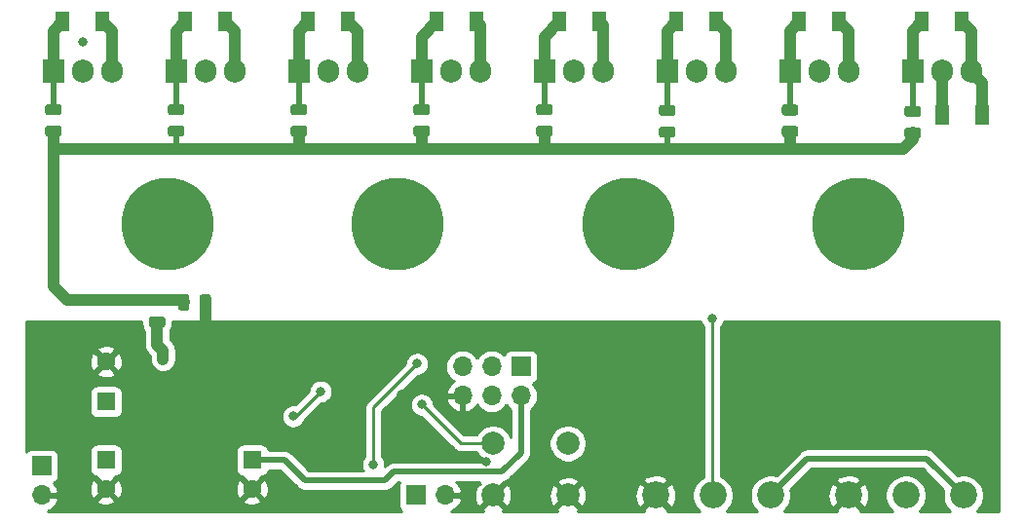
<source format=gbr>
G04 #@! TF.GenerationSoftware,KiCad,Pcbnew,5.1.4-e60b266~84~ubuntu18.04.1*
G04 #@! TF.CreationDate,2019-09-18T22:30:48+03:00*
G04 #@! TF.ProjectId,spotweld,73706f74-7765-46c6-942e-6b696361645f,rev?*
G04 #@! TF.SameCoordinates,Original*
G04 #@! TF.FileFunction,Copper,L2,Bot*
G04 #@! TF.FilePolarity,Positive*
%FSLAX46Y46*%
G04 Gerber Fmt 4.6, Leading zero omitted, Abs format (unit mm)*
G04 Created by KiCad (PCBNEW 5.1.4-e60b266~84~ubuntu18.04.1) date 2019-09-18 22:30:48*
%MOMM*%
%LPD*%
G04 APERTURE LIST*
%ADD10O,1.905000X2.000000*%
%ADD11R,1.905000X2.000000*%
%ADD12C,2.000000*%
%ADD13C,2.340000*%
%ADD14C,0.100000*%
%ADD15C,0.975000*%
%ADD16O,1.700000X1.700000*%
%ADD17R,1.700000X1.700000*%
%ADD18R,1.300000X1.700000*%
%ADD19C,1.600000*%
%ADD20R,1.600000X1.600000*%
%ADD21C,8.000000*%
%ADD22C,0.800000*%
%ADD23C,1.000000*%
%ADD24C,0.250000*%
%ADD25C,0.500000*%
%ADD26C,0.254000*%
G04 APERTURE END LIST*
D10*
X186944000Y-82804000D03*
X184404000Y-82804000D03*
D11*
X181864000Y-82804000D03*
D10*
X176276000Y-82804000D03*
X173736000Y-82804000D03*
D11*
X171196000Y-82804000D03*
X160528000Y-82804000D03*
D10*
X163068000Y-82804000D03*
X165608000Y-82804000D03*
X154940000Y-82804000D03*
X152400000Y-82804000D03*
D11*
X149860000Y-82804000D03*
D10*
X144272000Y-82804000D03*
X141732000Y-82804000D03*
D11*
X139192000Y-82804000D03*
X128524000Y-82804000D03*
D10*
X131064000Y-82804000D03*
X133604000Y-82804000D03*
X122936000Y-82804000D03*
X120396000Y-82804000D03*
D11*
X117856000Y-82804000D03*
X107188000Y-82804000D03*
D10*
X109728000Y-82804000D03*
X112268000Y-82804000D03*
D12*
X145392000Y-119634000D03*
X145392000Y-115134000D03*
X151892000Y-119634000D03*
X151892000Y-115134000D03*
D13*
X176276000Y-119634000D03*
X181276000Y-119634000D03*
X186276000Y-119634000D03*
X159512000Y-119634000D03*
X164512000Y-119634000D03*
X169512000Y-119634000D03*
D14*
G36*
X182344142Y-85776674D02*
G01*
X182367803Y-85780184D01*
X182391007Y-85785996D01*
X182413529Y-85794054D01*
X182435153Y-85804282D01*
X182455670Y-85816579D01*
X182474883Y-85830829D01*
X182492607Y-85846893D01*
X182508671Y-85864617D01*
X182522921Y-85883830D01*
X182535218Y-85904347D01*
X182545446Y-85925971D01*
X182553504Y-85948493D01*
X182559316Y-85971697D01*
X182562826Y-85995358D01*
X182564000Y-86019250D01*
X182564000Y-86506750D01*
X182562826Y-86530642D01*
X182559316Y-86554303D01*
X182553504Y-86577507D01*
X182545446Y-86600029D01*
X182535218Y-86621653D01*
X182522921Y-86642170D01*
X182508671Y-86661383D01*
X182492607Y-86679107D01*
X182474883Y-86695171D01*
X182455670Y-86709421D01*
X182435153Y-86721718D01*
X182413529Y-86731946D01*
X182391007Y-86740004D01*
X182367803Y-86745816D01*
X182344142Y-86749326D01*
X182320250Y-86750500D01*
X181407750Y-86750500D01*
X181383858Y-86749326D01*
X181360197Y-86745816D01*
X181336993Y-86740004D01*
X181314471Y-86731946D01*
X181292847Y-86721718D01*
X181272330Y-86709421D01*
X181253117Y-86695171D01*
X181235393Y-86679107D01*
X181219329Y-86661383D01*
X181205079Y-86642170D01*
X181192782Y-86621653D01*
X181182554Y-86600029D01*
X181174496Y-86577507D01*
X181168684Y-86554303D01*
X181165174Y-86530642D01*
X181164000Y-86506750D01*
X181164000Y-86019250D01*
X181165174Y-85995358D01*
X181168684Y-85971697D01*
X181174496Y-85948493D01*
X181182554Y-85925971D01*
X181192782Y-85904347D01*
X181205079Y-85883830D01*
X181219329Y-85864617D01*
X181235393Y-85846893D01*
X181253117Y-85830829D01*
X181272330Y-85816579D01*
X181292847Y-85804282D01*
X181314471Y-85794054D01*
X181336993Y-85785996D01*
X181360197Y-85780184D01*
X181383858Y-85776674D01*
X181407750Y-85775500D01*
X182320250Y-85775500D01*
X182344142Y-85776674D01*
X182344142Y-85776674D01*
G37*
D15*
X181864000Y-86263000D03*
D14*
G36*
X182344142Y-87651674D02*
G01*
X182367803Y-87655184D01*
X182391007Y-87660996D01*
X182413529Y-87669054D01*
X182435153Y-87679282D01*
X182455670Y-87691579D01*
X182474883Y-87705829D01*
X182492607Y-87721893D01*
X182508671Y-87739617D01*
X182522921Y-87758830D01*
X182535218Y-87779347D01*
X182545446Y-87800971D01*
X182553504Y-87823493D01*
X182559316Y-87846697D01*
X182562826Y-87870358D01*
X182564000Y-87894250D01*
X182564000Y-88381750D01*
X182562826Y-88405642D01*
X182559316Y-88429303D01*
X182553504Y-88452507D01*
X182545446Y-88475029D01*
X182535218Y-88496653D01*
X182522921Y-88517170D01*
X182508671Y-88536383D01*
X182492607Y-88554107D01*
X182474883Y-88570171D01*
X182455670Y-88584421D01*
X182435153Y-88596718D01*
X182413529Y-88606946D01*
X182391007Y-88615004D01*
X182367803Y-88620816D01*
X182344142Y-88624326D01*
X182320250Y-88625500D01*
X181407750Y-88625500D01*
X181383858Y-88624326D01*
X181360197Y-88620816D01*
X181336993Y-88615004D01*
X181314471Y-88606946D01*
X181292847Y-88596718D01*
X181272330Y-88584421D01*
X181253117Y-88570171D01*
X181235393Y-88554107D01*
X181219329Y-88536383D01*
X181205079Y-88517170D01*
X181192782Y-88496653D01*
X181182554Y-88475029D01*
X181174496Y-88452507D01*
X181168684Y-88429303D01*
X181165174Y-88405642D01*
X181164000Y-88381750D01*
X181164000Y-87894250D01*
X181165174Y-87870358D01*
X181168684Y-87846697D01*
X181174496Y-87823493D01*
X181182554Y-87800971D01*
X181192782Y-87779347D01*
X181205079Y-87758830D01*
X181219329Y-87739617D01*
X181235393Y-87721893D01*
X181253117Y-87705829D01*
X181272330Y-87691579D01*
X181292847Y-87679282D01*
X181314471Y-87669054D01*
X181336993Y-87660996D01*
X181360197Y-87655184D01*
X181383858Y-87651674D01*
X181407750Y-87650500D01*
X182320250Y-87650500D01*
X182344142Y-87651674D01*
X182344142Y-87651674D01*
G37*
D15*
X181864000Y-88138000D03*
D14*
G36*
X171676142Y-85649674D02*
G01*
X171699803Y-85653184D01*
X171723007Y-85658996D01*
X171745529Y-85667054D01*
X171767153Y-85677282D01*
X171787670Y-85689579D01*
X171806883Y-85703829D01*
X171824607Y-85719893D01*
X171840671Y-85737617D01*
X171854921Y-85756830D01*
X171867218Y-85777347D01*
X171877446Y-85798971D01*
X171885504Y-85821493D01*
X171891316Y-85844697D01*
X171894826Y-85868358D01*
X171896000Y-85892250D01*
X171896000Y-86379750D01*
X171894826Y-86403642D01*
X171891316Y-86427303D01*
X171885504Y-86450507D01*
X171877446Y-86473029D01*
X171867218Y-86494653D01*
X171854921Y-86515170D01*
X171840671Y-86534383D01*
X171824607Y-86552107D01*
X171806883Y-86568171D01*
X171787670Y-86582421D01*
X171767153Y-86594718D01*
X171745529Y-86604946D01*
X171723007Y-86613004D01*
X171699803Y-86618816D01*
X171676142Y-86622326D01*
X171652250Y-86623500D01*
X170739750Y-86623500D01*
X170715858Y-86622326D01*
X170692197Y-86618816D01*
X170668993Y-86613004D01*
X170646471Y-86604946D01*
X170624847Y-86594718D01*
X170604330Y-86582421D01*
X170585117Y-86568171D01*
X170567393Y-86552107D01*
X170551329Y-86534383D01*
X170537079Y-86515170D01*
X170524782Y-86494653D01*
X170514554Y-86473029D01*
X170506496Y-86450507D01*
X170500684Y-86427303D01*
X170497174Y-86403642D01*
X170496000Y-86379750D01*
X170496000Y-85892250D01*
X170497174Y-85868358D01*
X170500684Y-85844697D01*
X170506496Y-85821493D01*
X170514554Y-85798971D01*
X170524782Y-85777347D01*
X170537079Y-85756830D01*
X170551329Y-85737617D01*
X170567393Y-85719893D01*
X170585117Y-85703829D01*
X170604330Y-85689579D01*
X170624847Y-85677282D01*
X170646471Y-85667054D01*
X170668993Y-85658996D01*
X170692197Y-85653184D01*
X170715858Y-85649674D01*
X170739750Y-85648500D01*
X171652250Y-85648500D01*
X171676142Y-85649674D01*
X171676142Y-85649674D01*
G37*
D15*
X171196000Y-86136000D03*
D14*
G36*
X171676142Y-87524674D02*
G01*
X171699803Y-87528184D01*
X171723007Y-87533996D01*
X171745529Y-87542054D01*
X171767153Y-87552282D01*
X171787670Y-87564579D01*
X171806883Y-87578829D01*
X171824607Y-87594893D01*
X171840671Y-87612617D01*
X171854921Y-87631830D01*
X171867218Y-87652347D01*
X171877446Y-87673971D01*
X171885504Y-87696493D01*
X171891316Y-87719697D01*
X171894826Y-87743358D01*
X171896000Y-87767250D01*
X171896000Y-88254750D01*
X171894826Y-88278642D01*
X171891316Y-88302303D01*
X171885504Y-88325507D01*
X171877446Y-88348029D01*
X171867218Y-88369653D01*
X171854921Y-88390170D01*
X171840671Y-88409383D01*
X171824607Y-88427107D01*
X171806883Y-88443171D01*
X171787670Y-88457421D01*
X171767153Y-88469718D01*
X171745529Y-88479946D01*
X171723007Y-88488004D01*
X171699803Y-88493816D01*
X171676142Y-88497326D01*
X171652250Y-88498500D01*
X170739750Y-88498500D01*
X170715858Y-88497326D01*
X170692197Y-88493816D01*
X170668993Y-88488004D01*
X170646471Y-88479946D01*
X170624847Y-88469718D01*
X170604330Y-88457421D01*
X170585117Y-88443171D01*
X170567393Y-88427107D01*
X170551329Y-88409383D01*
X170537079Y-88390170D01*
X170524782Y-88369653D01*
X170514554Y-88348029D01*
X170506496Y-88325507D01*
X170500684Y-88302303D01*
X170497174Y-88278642D01*
X170496000Y-88254750D01*
X170496000Y-87767250D01*
X170497174Y-87743358D01*
X170500684Y-87719697D01*
X170506496Y-87696493D01*
X170514554Y-87673971D01*
X170524782Y-87652347D01*
X170537079Y-87631830D01*
X170551329Y-87612617D01*
X170567393Y-87594893D01*
X170585117Y-87578829D01*
X170604330Y-87564579D01*
X170624847Y-87552282D01*
X170646471Y-87542054D01*
X170668993Y-87533996D01*
X170692197Y-87528184D01*
X170715858Y-87524674D01*
X170739750Y-87523500D01*
X171652250Y-87523500D01*
X171676142Y-87524674D01*
X171676142Y-87524674D01*
G37*
D15*
X171196000Y-88011000D03*
D14*
G36*
X161008142Y-85698174D02*
G01*
X161031803Y-85701684D01*
X161055007Y-85707496D01*
X161077529Y-85715554D01*
X161099153Y-85725782D01*
X161119670Y-85738079D01*
X161138883Y-85752329D01*
X161156607Y-85768393D01*
X161172671Y-85786117D01*
X161186921Y-85805330D01*
X161199218Y-85825847D01*
X161209446Y-85847471D01*
X161217504Y-85869993D01*
X161223316Y-85893197D01*
X161226826Y-85916858D01*
X161228000Y-85940750D01*
X161228000Y-86428250D01*
X161226826Y-86452142D01*
X161223316Y-86475803D01*
X161217504Y-86499007D01*
X161209446Y-86521529D01*
X161199218Y-86543153D01*
X161186921Y-86563670D01*
X161172671Y-86582883D01*
X161156607Y-86600607D01*
X161138883Y-86616671D01*
X161119670Y-86630921D01*
X161099153Y-86643218D01*
X161077529Y-86653446D01*
X161055007Y-86661504D01*
X161031803Y-86667316D01*
X161008142Y-86670826D01*
X160984250Y-86672000D01*
X160071750Y-86672000D01*
X160047858Y-86670826D01*
X160024197Y-86667316D01*
X160000993Y-86661504D01*
X159978471Y-86653446D01*
X159956847Y-86643218D01*
X159936330Y-86630921D01*
X159917117Y-86616671D01*
X159899393Y-86600607D01*
X159883329Y-86582883D01*
X159869079Y-86563670D01*
X159856782Y-86543153D01*
X159846554Y-86521529D01*
X159838496Y-86499007D01*
X159832684Y-86475803D01*
X159829174Y-86452142D01*
X159828000Y-86428250D01*
X159828000Y-85940750D01*
X159829174Y-85916858D01*
X159832684Y-85893197D01*
X159838496Y-85869993D01*
X159846554Y-85847471D01*
X159856782Y-85825847D01*
X159869079Y-85805330D01*
X159883329Y-85786117D01*
X159899393Y-85768393D01*
X159917117Y-85752329D01*
X159936330Y-85738079D01*
X159956847Y-85725782D01*
X159978471Y-85715554D01*
X160000993Y-85707496D01*
X160024197Y-85701684D01*
X160047858Y-85698174D01*
X160071750Y-85697000D01*
X160984250Y-85697000D01*
X161008142Y-85698174D01*
X161008142Y-85698174D01*
G37*
D15*
X160528000Y-86184500D03*
D14*
G36*
X161008142Y-87573174D02*
G01*
X161031803Y-87576684D01*
X161055007Y-87582496D01*
X161077529Y-87590554D01*
X161099153Y-87600782D01*
X161119670Y-87613079D01*
X161138883Y-87627329D01*
X161156607Y-87643393D01*
X161172671Y-87661117D01*
X161186921Y-87680330D01*
X161199218Y-87700847D01*
X161209446Y-87722471D01*
X161217504Y-87744993D01*
X161223316Y-87768197D01*
X161226826Y-87791858D01*
X161228000Y-87815750D01*
X161228000Y-88303250D01*
X161226826Y-88327142D01*
X161223316Y-88350803D01*
X161217504Y-88374007D01*
X161209446Y-88396529D01*
X161199218Y-88418153D01*
X161186921Y-88438670D01*
X161172671Y-88457883D01*
X161156607Y-88475607D01*
X161138883Y-88491671D01*
X161119670Y-88505921D01*
X161099153Y-88518218D01*
X161077529Y-88528446D01*
X161055007Y-88536504D01*
X161031803Y-88542316D01*
X161008142Y-88545826D01*
X160984250Y-88547000D01*
X160071750Y-88547000D01*
X160047858Y-88545826D01*
X160024197Y-88542316D01*
X160000993Y-88536504D01*
X159978471Y-88528446D01*
X159956847Y-88518218D01*
X159936330Y-88505921D01*
X159917117Y-88491671D01*
X159899393Y-88475607D01*
X159883329Y-88457883D01*
X159869079Y-88438670D01*
X159856782Y-88418153D01*
X159846554Y-88396529D01*
X159838496Y-88374007D01*
X159832684Y-88350803D01*
X159829174Y-88327142D01*
X159828000Y-88303250D01*
X159828000Y-87815750D01*
X159829174Y-87791858D01*
X159832684Y-87768197D01*
X159838496Y-87744993D01*
X159846554Y-87722471D01*
X159856782Y-87700847D01*
X159869079Y-87680330D01*
X159883329Y-87661117D01*
X159899393Y-87643393D01*
X159917117Y-87627329D01*
X159936330Y-87613079D01*
X159956847Y-87600782D01*
X159978471Y-87590554D01*
X160000993Y-87582496D01*
X160024197Y-87576684D01*
X160047858Y-87573174D01*
X160071750Y-87572000D01*
X160984250Y-87572000D01*
X161008142Y-87573174D01*
X161008142Y-87573174D01*
G37*
D15*
X160528000Y-88059500D03*
D14*
G36*
X150340142Y-85619674D02*
G01*
X150363803Y-85623184D01*
X150387007Y-85628996D01*
X150409529Y-85637054D01*
X150431153Y-85647282D01*
X150451670Y-85659579D01*
X150470883Y-85673829D01*
X150488607Y-85689893D01*
X150504671Y-85707617D01*
X150518921Y-85726830D01*
X150531218Y-85747347D01*
X150541446Y-85768971D01*
X150549504Y-85791493D01*
X150555316Y-85814697D01*
X150558826Y-85838358D01*
X150560000Y-85862250D01*
X150560000Y-86349750D01*
X150558826Y-86373642D01*
X150555316Y-86397303D01*
X150549504Y-86420507D01*
X150541446Y-86443029D01*
X150531218Y-86464653D01*
X150518921Y-86485170D01*
X150504671Y-86504383D01*
X150488607Y-86522107D01*
X150470883Y-86538171D01*
X150451670Y-86552421D01*
X150431153Y-86564718D01*
X150409529Y-86574946D01*
X150387007Y-86583004D01*
X150363803Y-86588816D01*
X150340142Y-86592326D01*
X150316250Y-86593500D01*
X149403750Y-86593500D01*
X149379858Y-86592326D01*
X149356197Y-86588816D01*
X149332993Y-86583004D01*
X149310471Y-86574946D01*
X149288847Y-86564718D01*
X149268330Y-86552421D01*
X149249117Y-86538171D01*
X149231393Y-86522107D01*
X149215329Y-86504383D01*
X149201079Y-86485170D01*
X149188782Y-86464653D01*
X149178554Y-86443029D01*
X149170496Y-86420507D01*
X149164684Y-86397303D01*
X149161174Y-86373642D01*
X149160000Y-86349750D01*
X149160000Y-85862250D01*
X149161174Y-85838358D01*
X149164684Y-85814697D01*
X149170496Y-85791493D01*
X149178554Y-85768971D01*
X149188782Y-85747347D01*
X149201079Y-85726830D01*
X149215329Y-85707617D01*
X149231393Y-85689893D01*
X149249117Y-85673829D01*
X149268330Y-85659579D01*
X149288847Y-85647282D01*
X149310471Y-85637054D01*
X149332993Y-85628996D01*
X149356197Y-85623184D01*
X149379858Y-85619674D01*
X149403750Y-85618500D01*
X150316250Y-85618500D01*
X150340142Y-85619674D01*
X150340142Y-85619674D01*
G37*
D15*
X149860000Y-86106000D03*
D14*
G36*
X150340142Y-87494674D02*
G01*
X150363803Y-87498184D01*
X150387007Y-87503996D01*
X150409529Y-87512054D01*
X150431153Y-87522282D01*
X150451670Y-87534579D01*
X150470883Y-87548829D01*
X150488607Y-87564893D01*
X150504671Y-87582617D01*
X150518921Y-87601830D01*
X150531218Y-87622347D01*
X150541446Y-87643971D01*
X150549504Y-87666493D01*
X150555316Y-87689697D01*
X150558826Y-87713358D01*
X150560000Y-87737250D01*
X150560000Y-88224750D01*
X150558826Y-88248642D01*
X150555316Y-88272303D01*
X150549504Y-88295507D01*
X150541446Y-88318029D01*
X150531218Y-88339653D01*
X150518921Y-88360170D01*
X150504671Y-88379383D01*
X150488607Y-88397107D01*
X150470883Y-88413171D01*
X150451670Y-88427421D01*
X150431153Y-88439718D01*
X150409529Y-88449946D01*
X150387007Y-88458004D01*
X150363803Y-88463816D01*
X150340142Y-88467326D01*
X150316250Y-88468500D01*
X149403750Y-88468500D01*
X149379858Y-88467326D01*
X149356197Y-88463816D01*
X149332993Y-88458004D01*
X149310471Y-88449946D01*
X149288847Y-88439718D01*
X149268330Y-88427421D01*
X149249117Y-88413171D01*
X149231393Y-88397107D01*
X149215329Y-88379383D01*
X149201079Y-88360170D01*
X149188782Y-88339653D01*
X149178554Y-88318029D01*
X149170496Y-88295507D01*
X149164684Y-88272303D01*
X149161174Y-88248642D01*
X149160000Y-88224750D01*
X149160000Y-87737250D01*
X149161174Y-87713358D01*
X149164684Y-87689697D01*
X149170496Y-87666493D01*
X149178554Y-87643971D01*
X149188782Y-87622347D01*
X149201079Y-87601830D01*
X149215329Y-87582617D01*
X149231393Y-87564893D01*
X149249117Y-87548829D01*
X149268330Y-87534579D01*
X149288847Y-87522282D01*
X149310471Y-87512054D01*
X149332993Y-87503996D01*
X149356197Y-87498184D01*
X149379858Y-87494674D01*
X149403750Y-87493500D01*
X150316250Y-87493500D01*
X150340142Y-87494674D01*
X150340142Y-87494674D01*
G37*
D15*
X149860000Y-87981000D03*
D14*
G36*
X139672142Y-85619674D02*
G01*
X139695803Y-85623184D01*
X139719007Y-85628996D01*
X139741529Y-85637054D01*
X139763153Y-85647282D01*
X139783670Y-85659579D01*
X139802883Y-85673829D01*
X139820607Y-85689893D01*
X139836671Y-85707617D01*
X139850921Y-85726830D01*
X139863218Y-85747347D01*
X139873446Y-85768971D01*
X139881504Y-85791493D01*
X139887316Y-85814697D01*
X139890826Y-85838358D01*
X139892000Y-85862250D01*
X139892000Y-86349750D01*
X139890826Y-86373642D01*
X139887316Y-86397303D01*
X139881504Y-86420507D01*
X139873446Y-86443029D01*
X139863218Y-86464653D01*
X139850921Y-86485170D01*
X139836671Y-86504383D01*
X139820607Y-86522107D01*
X139802883Y-86538171D01*
X139783670Y-86552421D01*
X139763153Y-86564718D01*
X139741529Y-86574946D01*
X139719007Y-86583004D01*
X139695803Y-86588816D01*
X139672142Y-86592326D01*
X139648250Y-86593500D01*
X138735750Y-86593500D01*
X138711858Y-86592326D01*
X138688197Y-86588816D01*
X138664993Y-86583004D01*
X138642471Y-86574946D01*
X138620847Y-86564718D01*
X138600330Y-86552421D01*
X138581117Y-86538171D01*
X138563393Y-86522107D01*
X138547329Y-86504383D01*
X138533079Y-86485170D01*
X138520782Y-86464653D01*
X138510554Y-86443029D01*
X138502496Y-86420507D01*
X138496684Y-86397303D01*
X138493174Y-86373642D01*
X138492000Y-86349750D01*
X138492000Y-85862250D01*
X138493174Y-85838358D01*
X138496684Y-85814697D01*
X138502496Y-85791493D01*
X138510554Y-85768971D01*
X138520782Y-85747347D01*
X138533079Y-85726830D01*
X138547329Y-85707617D01*
X138563393Y-85689893D01*
X138581117Y-85673829D01*
X138600330Y-85659579D01*
X138620847Y-85647282D01*
X138642471Y-85637054D01*
X138664993Y-85628996D01*
X138688197Y-85623184D01*
X138711858Y-85619674D01*
X138735750Y-85618500D01*
X139648250Y-85618500D01*
X139672142Y-85619674D01*
X139672142Y-85619674D01*
G37*
D15*
X139192000Y-86106000D03*
D14*
G36*
X139672142Y-87494674D02*
G01*
X139695803Y-87498184D01*
X139719007Y-87503996D01*
X139741529Y-87512054D01*
X139763153Y-87522282D01*
X139783670Y-87534579D01*
X139802883Y-87548829D01*
X139820607Y-87564893D01*
X139836671Y-87582617D01*
X139850921Y-87601830D01*
X139863218Y-87622347D01*
X139873446Y-87643971D01*
X139881504Y-87666493D01*
X139887316Y-87689697D01*
X139890826Y-87713358D01*
X139892000Y-87737250D01*
X139892000Y-88224750D01*
X139890826Y-88248642D01*
X139887316Y-88272303D01*
X139881504Y-88295507D01*
X139873446Y-88318029D01*
X139863218Y-88339653D01*
X139850921Y-88360170D01*
X139836671Y-88379383D01*
X139820607Y-88397107D01*
X139802883Y-88413171D01*
X139783670Y-88427421D01*
X139763153Y-88439718D01*
X139741529Y-88449946D01*
X139719007Y-88458004D01*
X139695803Y-88463816D01*
X139672142Y-88467326D01*
X139648250Y-88468500D01*
X138735750Y-88468500D01*
X138711858Y-88467326D01*
X138688197Y-88463816D01*
X138664993Y-88458004D01*
X138642471Y-88449946D01*
X138620847Y-88439718D01*
X138600330Y-88427421D01*
X138581117Y-88413171D01*
X138563393Y-88397107D01*
X138547329Y-88379383D01*
X138533079Y-88360170D01*
X138520782Y-88339653D01*
X138510554Y-88318029D01*
X138502496Y-88295507D01*
X138496684Y-88272303D01*
X138493174Y-88248642D01*
X138492000Y-88224750D01*
X138492000Y-87737250D01*
X138493174Y-87713358D01*
X138496684Y-87689697D01*
X138502496Y-87666493D01*
X138510554Y-87643971D01*
X138520782Y-87622347D01*
X138533079Y-87601830D01*
X138547329Y-87582617D01*
X138563393Y-87564893D01*
X138581117Y-87548829D01*
X138600330Y-87534579D01*
X138620847Y-87522282D01*
X138642471Y-87512054D01*
X138664993Y-87503996D01*
X138688197Y-87498184D01*
X138711858Y-87494674D01*
X138735750Y-87493500D01*
X139648250Y-87493500D01*
X139672142Y-87494674D01*
X139672142Y-87494674D01*
G37*
D15*
X139192000Y-87981000D03*
D14*
G36*
X129004142Y-85619674D02*
G01*
X129027803Y-85623184D01*
X129051007Y-85628996D01*
X129073529Y-85637054D01*
X129095153Y-85647282D01*
X129115670Y-85659579D01*
X129134883Y-85673829D01*
X129152607Y-85689893D01*
X129168671Y-85707617D01*
X129182921Y-85726830D01*
X129195218Y-85747347D01*
X129205446Y-85768971D01*
X129213504Y-85791493D01*
X129219316Y-85814697D01*
X129222826Y-85838358D01*
X129224000Y-85862250D01*
X129224000Y-86349750D01*
X129222826Y-86373642D01*
X129219316Y-86397303D01*
X129213504Y-86420507D01*
X129205446Y-86443029D01*
X129195218Y-86464653D01*
X129182921Y-86485170D01*
X129168671Y-86504383D01*
X129152607Y-86522107D01*
X129134883Y-86538171D01*
X129115670Y-86552421D01*
X129095153Y-86564718D01*
X129073529Y-86574946D01*
X129051007Y-86583004D01*
X129027803Y-86588816D01*
X129004142Y-86592326D01*
X128980250Y-86593500D01*
X128067750Y-86593500D01*
X128043858Y-86592326D01*
X128020197Y-86588816D01*
X127996993Y-86583004D01*
X127974471Y-86574946D01*
X127952847Y-86564718D01*
X127932330Y-86552421D01*
X127913117Y-86538171D01*
X127895393Y-86522107D01*
X127879329Y-86504383D01*
X127865079Y-86485170D01*
X127852782Y-86464653D01*
X127842554Y-86443029D01*
X127834496Y-86420507D01*
X127828684Y-86397303D01*
X127825174Y-86373642D01*
X127824000Y-86349750D01*
X127824000Y-85862250D01*
X127825174Y-85838358D01*
X127828684Y-85814697D01*
X127834496Y-85791493D01*
X127842554Y-85768971D01*
X127852782Y-85747347D01*
X127865079Y-85726830D01*
X127879329Y-85707617D01*
X127895393Y-85689893D01*
X127913117Y-85673829D01*
X127932330Y-85659579D01*
X127952847Y-85647282D01*
X127974471Y-85637054D01*
X127996993Y-85628996D01*
X128020197Y-85623184D01*
X128043858Y-85619674D01*
X128067750Y-85618500D01*
X128980250Y-85618500D01*
X129004142Y-85619674D01*
X129004142Y-85619674D01*
G37*
D15*
X128524000Y-86106000D03*
D14*
G36*
X129004142Y-87494674D02*
G01*
X129027803Y-87498184D01*
X129051007Y-87503996D01*
X129073529Y-87512054D01*
X129095153Y-87522282D01*
X129115670Y-87534579D01*
X129134883Y-87548829D01*
X129152607Y-87564893D01*
X129168671Y-87582617D01*
X129182921Y-87601830D01*
X129195218Y-87622347D01*
X129205446Y-87643971D01*
X129213504Y-87666493D01*
X129219316Y-87689697D01*
X129222826Y-87713358D01*
X129224000Y-87737250D01*
X129224000Y-88224750D01*
X129222826Y-88248642D01*
X129219316Y-88272303D01*
X129213504Y-88295507D01*
X129205446Y-88318029D01*
X129195218Y-88339653D01*
X129182921Y-88360170D01*
X129168671Y-88379383D01*
X129152607Y-88397107D01*
X129134883Y-88413171D01*
X129115670Y-88427421D01*
X129095153Y-88439718D01*
X129073529Y-88449946D01*
X129051007Y-88458004D01*
X129027803Y-88463816D01*
X129004142Y-88467326D01*
X128980250Y-88468500D01*
X128067750Y-88468500D01*
X128043858Y-88467326D01*
X128020197Y-88463816D01*
X127996993Y-88458004D01*
X127974471Y-88449946D01*
X127952847Y-88439718D01*
X127932330Y-88427421D01*
X127913117Y-88413171D01*
X127895393Y-88397107D01*
X127879329Y-88379383D01*
X127865079Y-88360170D01*
X127852782Y-88339653D01*
X127842554Y-88318029D01*
X127834496Y-88295507D01*
X127828684Y-88272303D01*
X127825174Y-88248642D01*
X127824000Y-88224750D01*
X127824000Y-87737250D01*
X127825174Y-87713358D01*
X127828684Y-87689697D01*
X127834496Y-87666493D01*
X127842554Y-87643971D01*
X127852782Y-87622347D01*
X127865079Y-87601830D01*
X127879329Y-87582617D01*
X127895393Y-87564893D01*
X127913117Y-87548829D01*
X127932330Y-87534579D01*
X127952847Y-87522282D01*
X127974471Y-87512054D01*
X127996993Y-87503996D01*
X128020197Y-87498184D01*
X128043858Y-87494674D01*
X128067750Y-87493500D01*
X128980250Y-87493500D01*
X129004142Y-87494674D01*
X129004142Y-87494674D01*
G37*
D15*
X128524000Y-87981000D03*
D14*
G36*
X118336142Y-85619674D02*
G01*
X118359803Y-85623184D01*
X118383007Y-85628996D01*
X118405529Y-85637054D01*
X118427153Y-85647282D01*
X118447670Y-85659579D01*
X118466883Y-85673829D01*
X118484607Y-85689893D01*
X118500671Y-85707617D01*
X118514921Y-85726830D01*
X118527218Y-85747347D01*
X118537446Y-85768971D01*
X118545504Y-85791493D01*
X118551316Y-85814697D01*
X118554826Y-85838358D01*
X118556000Y-85862250D01*
X118556000Y-86349750D01*
X118554826Y-86373642D01*
X118551316Y-86397303D01*
X118545504Y-86420507D01*
X118537446Y-86443029D01*
X118527218Y-86464653D01*
X118514921Y-86485170D01*
X118500671Y-86504383D01*
X118484607Y-86522107D01*
X118466883Y-86538171D01*
X118447670Y-86552421D01*
X118427153Y-86564718D01*
X118405529Y-86574946D01*
X118383007Y-86583004D01*
X118359803Y-86588816D01*
X118336142Y-86592326D01*
X118312250Y-86593500D01*
X117399750Y-86593500D01*
X117375858Y-86592326D01*
X117352197Y-86588816D01*
X117328993Y-86583004D01*
X117306471Y-86574946D01*
X117284847Y-86564718D01*
X117264330Y-86552421D01*
X117245117Y-86538171D01*
X117227393Y-86522107D01*
X117211329Y-86504383D01*
X117197079Y-86485170D01*
X117184782Y-86464653D01*
X117174554Y-86443029D01*
X117166496Y-86420507D01*
X117160684Y-86397303D01*
X117157174Y-86373642D01*
X117156000Y-86349750D01*
X117156000Y-85862250D01*
X117157174Y-85838358D01*
X117160684Y-85814697D01*
X117166496Y-85791493D01*
X117174554Y-85768971D01*
X117184782Y-85747347D01*
X117197079Y-85726830D01*
X117211329Y-85707617D01*
X117227393Y-85689893D01*
X117245117Y-85673829D01*
X117264330Y-85659579D01*
X117284847Y-85647282D01*
X117306471Y-85637054D01*
X117328993Y-85628996D01*
X117352197Y-85623184D01*
X117375858Y-85619674D01*
X117399750Y-85618500D01*
X118312250Y-85618500D01*
X118336142Y-85619674D01*
X118336142Y-85619674D01*
G37*
D15*
X117856000Y-86106000D03*
D14*
G36*
X118336142Y-87494674D02*
G01*
X118359803Y-87498184D01*
X118383007Y-87503996D01*
X118405529Y-87512054D01*
X118427153Y-87522282D01*
X118447670Y-87534579D01*
X118466883Y-87548829D01*
X118484607Y-87564893D01*
X118500671Y-87582617D01*
X118514921Y-87601830D01*
X118527218Y-87622347D01*
X118537446Y-87643971D01*
X118545504Y-87666493D01*
X118551316Y-87689697D01*
X118554826Y-87713358D01*
X118556000Y-87737250D01*
X118556000Y-88224750D01*
X118554826Y-88248642D01*
X118551316Y-88272303D01*
X118545504Y-88295507D01*
X118537446Y-88318029D01*
X118527218Y-88339653D01*
X118514921Y-88360170D01*
X118500671Y-88379383D01*
X118484607Y-88397107D01*
X118466883Y-88413171D01*
X118447670Y-88427421D01*
X118427153Y-88439718D01*
X118405529Y-88449946D01*
X118383007Y-88458004D01*
X118359803Y-88463816D01*
X118336142Y-88467326D01*
X118312250Y-88468500D01*
X117399750Y-88468500D01*
X117375858Y-88467326D01*
X117352197Y-88463816D01*
X117328993Y-88458004D01*
X117306471Y-88449946D01*
X117284847Y-88439718D01*
X117264330Y-88427421D01*
X117245117Y-88413171D01*
X117227393Y-88397107D01*
X117211329Y-88379383D01*
X117197079Y-88360170D01*
X117184782Y-88339653D01*
X117174554Y-88318029D01*
X117166496Y-88295507D01*
X117160684Y-88272303D01*
X117157174Y-88248642D01*
X117156000Y-88224750D01*
X117156000Y-87737250D01*
X117157174Y-87713358D01*
X117160684Y-87689697D01*
X117166496Y-87666493D01*
X117174554Y-87643971D01*
X117184782Y-87622347D01*
X117197079Y-87601830D01*
X117211329Y-87582617D01*
X117227393Y-87564893D01*
X117245117Y-87548829D01*
X117264330Y-87534579D01*
X117284847Y-87522282D01*
X117306471Y-87512054D01*
X117328993Y-87503996D01*
X117352197Y-87498184D01*
X117375858Y-87494674D01*
X117399750Y-87493500D01*
X118312250Y-87493500D01*
X118336142Y-87494674D01*
X118336142Y-87494674D01*
G37*
D15*
X117856000Y-87981000D03*
D14*
G36*
X107668142Y-85619674D02*
G01*
X107691803Y-85623184D01*
X107715007Y-85628996D01*
X107737529Y-85637054D01*
X107759153Y-85647282D01*
X107779670Y-85659579D01*
X107798883Y-85673829D01*
X107816607Y-85689893D01*
X107832671Y-85707617D01*
X107846921Y-85726830D01*
X107859218Y-85747347D01*
X107869446Y-85768971D01*
X107877504Y-85791493D01*
X107883316Y-85814697D01*
X107886826Y-85838358D01*
X107888000Y-85862250D01*
X107888000Y-86349750D01*
X107886826Y-86373642D01*
X107883316Y-86397303D01*
X107877504Y-86420507D01*
X107869446Y-86443029D01*
X107859218Y-86464653D01*
X107846921Y-86485170D01*
X107832671Y-86504383D01*
X107816607Y-86522107D01*
X107798883Y-86538171D01*
X107779670Y-86552421D01*
X107759153Y-86564718D01*
X107737529Y-86574946D01*
X107715007Y-86583004D01*
X107691803Y-86588816D01*
X107668142Y-86592326D01*
X107644250Y-86593500D01*
X106731750Y-86593500D01*
X106707858Y-86592326D01*
X106684197Y-86588816D01*
X106660993Y-86583004D01*
X106638471Y-86574946D01*
X106616847Y-86564718D01*
X106596330Y-86552421D01*
X106577117Y-86538171D01*
X106559393Y-86522107D01*
X106543329Y-86504383D01*
X106529079Y-86485170D01*
X106516782Y-86464653D01*
X106506554Y-86443029D01*
X106498496Y-86420507D01*
X106492684Y-86397303D01*
X106489174Y-86373642D01*
X106488000Y-86349750D01*
X106488000Y-85862250D01*
X106489174Y-85838358D01*
X106492684Y-85814697D01*
X106498496Y-85791493D01*
X106506554Y-85768971D01*
X106516782Y-85747347D01*
X106529079Y-85726830D01*
X106543329Y-85707617D01*
X106559393Y-85689893D01*
X106577117Y-85673829D01*
X106596330Y-85659579D01*
X106616847Y-85647282D01*
X106638471Y-85637054D01*
X106660993Y-85628996D01*
X106684197Y-85623184D01*
X106707858Y-85619674D01*
X106731750Y-85618500D01*
X107644250Y-85618500D01*
X107668142Y-85619674D01*
X107668142Y-85619674D01*
G37*
D15*
X107188000Y-86106000D03*
D14*
G36*
X107668142Y-87494674D02*
G01*
X107691803Y-87498184D01*
X107715007Y-87503996D01*
X107737529Y-87512054D01*
X107759153Y-87522282D01*
X107779670Y-87534579D01*
X107798883Y-87548829D01*
X107816607Y-87564893D01*
X107832671Y-87582617D01*
X107846921Y-87601830D01*
X107859218Y-87622347D01*
X107869446Y-87643971D01*
X107877504Y-87666493D01*
X107883316Y-87689697D01*
X107886826Y-87713358D01*
X107888000Y-87737250D01*
X107888000Y-88224750D01*
X107886826Y-88248642D01*
X107883316Y-88272303D01*
X107877504Y-88295507D01*
X107869446Y-88318029D01*
X107859218Y-88339653D01*
X107846921Y-88360170D01*
X107832671Y-88379383D01*
X107816607Y-88397107D01*
X107798883Y-88413171D01*
X107779670Y-88427421D01*
X107759153Y-88439718D01*
X107737529Y-88449946D01*
X107715007Y-88458004D01*
X107691803Y-88463816D01*
X107668142Y-88467326D01*
X107644250Y-88468500D01*
X106731750Y-88468500D01*
X106707858Y-88467326D01*
X106684197Y-88463816D01*
X106660993Y-88458004D01*
X106638471Y-88449946D01*
X106616847Y-88439718D01*
X106596330Y-88427421D01*
X106577117Y-88413171D01*
X106559393Y-88397107D01*
X106543329Y-88379383D01*
X106529079Y-88360170D01*
X106516782Y-88339653D01*
X106506554Y-88318029D01*
X106498496Y-88295507D01*
X106492684Y-88272303D01*
X106489174Y-88248642D01*
X106488000Y-88224750D01*
X106488000Y-87737250D01*
X106489174Y-87713358D01*
X106492684Y-87689697D01*
X106498496Y-87666493D01*
X106506554Y-87643971D01*
X106516782Y-87622347D01*
X106529079Y-87601830D01*
X106543329Y-87582617D01*
X106559393Y-87564893D01*
X106577117Y-87548829D01*
X106596330Y-87534579D01*
X106616847Y-87522282D01*
X106638471Y-87512054D01*
X106660993Y-87503996D01*
X106684197Y-87498184D01*
X106707858Y-87494674D01*
X106731750Y-87493500D01*
X107644250Y-87493500D01*
X107668142Y-87494674D01*
X107668142Y-87494674D01*
G37*
D15*
X107188000Y-87981000D03*
D14*
G36*
X120663642Y-102171174D02*
G01*
X120687303Y-102174684D01*
X120710507Y-102180496D01*
X120733029Y-102188554D01*
X120754653Y-102198782D01*
X120775170Y-102211079D01*
X120794383Y-102225329D01*
X120812107Y-102241393D01*
X120828171Y-102259117D01*
X120842421Y-102278330D01*
X120854718Y-102298847D01*
X120864946Y-102320471D01*
X120873004Y-102342993D01*
X120878816Y-102366197D01*
X120882326Y-102389858D01*
X120883500Y-102413750D01*
X120883500Y-103326250D01*
X120882326Y-103350142D01*
X120878816Y-103373803D01*
X120873004Y-103397007D01*
X120864946Y-103419529D01*
X120854718Y-103441153D01*
X120842421Y-103461670D01*
X120828171Y-103480883D01*
X120812107Y-103498607D01*
X120794383Y-103514671D01*
X120775170Y-103528921D01*
X120754653Y-103541218D01*
X120733029Y-103551446D01*
X120710507Y-103559504D01*
X120687303Y-103565316D01*
X120663642Y-103568826D01*
X120639750Y-103570000D01*
X120152250Y-103570000D01*
X120128358Y-103568826D01*
X120104697Y-103565316D01*
X120081493Y-103559504D01*
X120058971Y-103551446D01*
X120037347Y-103541218D01*
X120016830Y-103528921D01*
X119997617Y-103514671D01*
X119979893Y-103498607D01*
X119963829Y-103480883D01*
X119949579Y-103461670D01*
X119937282Y-103441153D01*
X119927054Y-103419529D01*
X119918996Y-103397007D01*
X119913184Y-103373803D01*
X119909674Y-103350142D01*
X119908500Y-103326250D01*
X119908500Y-102413750D01*
X119909674Y-102389858D01*
X119913184Y-102366197D01*
X119918996Y-102342993D01*
X119927054Y-102320471D01*
X119937282Y-102298847D01*
X119949579Y-102278330D01*
X119963829Y-102259117D01*
X119979893Y-102241393D01*
X119997617Y-102225329D01*
X120016830Y-102211079D01*
X120037347Y-102198782D01*
X120058971Y-102188554D01*
X120081493Y-102180496D01*
X120104697Y-102174684D01*
X120128358Y-102171174D01*
X120152250Y-102170000D01*
X120639750Y-102170000D01*
X120663642Y-102171174D01*
X120663642Y-102171174D01*
G37*
D15*
X120396000Y-102870000D03*
D14*
G36*
X118788642Y-102171174D02*
G01*
X118812303Y-102174684D01*
X118835507Y-102180496D01*
X118858029Y-102188554D01*
X118879653Y-102198782D01*
X118900170Y-102211079D01*
X118919383Y-102225329D01*
X118937107Y-102241393D01*
X118953171Y-102259117D01*
X118967421Y-102278330D01*
X118979718Y-102298847D01*
X118989946Y-102320471D01*
X118998004Y-102342993D01*
X119003816Y-102366197D01*
X119007326Y-102389858D01*
X119008500Y-102413750D01*
X119008500Y-103326250D01*
X119007326Y-103350142D01*
X119003816Y-103373803D01*
X118998004Y-103397007D01*
X118989946Y-103419529D01*
X118979718Y-103441153D01*
X118967421Y-103461670D01*
X118953171Y-103480883D01*
X118937107Y-103498607D01*
X118919383Y-103514671D01*
X118900170Y-103528921D01*
X118879653Y-103541218D01*
X118858029Y-103551446D01*
X118835507Y-103559504D01*
X118812303Y-103565316D01*
X118788642Y-103568826D01*
X118764750Y-103570000D01*
X118277250Y-103570000D01*
X118253358Y-103568826D01*
X118229697Y-103565316D01*
X118206493Y-103559504D01*
X118183971Y-103551446D01*
X118162347Y-103541218D01*
X118141830Y-103528921D01*
X118122617Y-103514671D01*
X118104893Y-103498607D01*
X118088829Y-103480883D01*
X118074579Y-103461670D01*
X118062282Y-103441153D01*
X118052054Y-103419529D01*
X118043996Y-103397007D01*
X118038184Y-103373803D01*
X118034674Y-103350142D01*
X118033500Y-103326250D01*
X118033500Y-102413750D01*
X118034674Y-102389858D01*
X118038184Y-102366197D01*
X118043996Y-102342993D01*
X118052054Y-102320471D01*
X118062282Y-102298847D01*
X118074579Y-102278330D01*
X118088829Y-102259117D01*
X118104893Y-102241393D01*
X118122617Y-102225329D01*
X118141830Y-102211079D01*
X118162347Y-102198782D01*
X118183971Y-102188554D01*
X118206493Y-102180496D01*
X118229697Y-102174684D01*
X118253358Y-102171174D01*
X118277250Y-102170000D01*
X118764750Y-102170000D01*
X118788642Y-102171174D01*
X118788642Y-102171174D01*
G37*
D15*
X118521000Y-102870000D03*
D14*
G36*
X116685142Y-104083174D02*
G01*
X116708803Y-104086684D01*
X116732007Y-104092496D01*
X116754529Y-104100554D01*
X116776153Y-104110782D01*
X116796670Y-104123079D01*
X116815883Y-104137329D01*
X116833607Y-104153393D01*
X116849671Y-104171117D01*
X116863921Y-104190330D01*
X116876218Y-104210847D01*
X116886446Y-104232471D01*
X116894504Y-104254993D01*
X116900316Y-104278197D01*
X116903826Y-104301858D01*
X116905000Y-104325750D01*
X116905000Y-104813250D01*
X116903826Y-104837142D01*
X116900316Y-104860803D01*
X116894504Y-104884007D01*
X116886446Y-104906529D01*
X116876218Y-104928153D01*
X116863921Y-104948670D01*
X116849671Y-104967883D01*
X116833607Y-104985607D01*
X116815883Y-105001671D01*
X116796670Y-105015921D01*
X116776153Y-105028218D01*
X116754529Y-105038446D01*
X116732007Y-105046504D01*
X116708803Y-105052316D01*
X116685142Y-105055826D01*
X116661250Y-105057000D01*
X115748750Y-105057000D01*
X115724858Y-105055826D01*
X115701197Y-105052316D01*
X115677993Y-105046504D01*
X115655471Y-105038446D01*
X115633847Y-105028218D01*
X115613330Y-105015921D01*
X115594117Y-105001671D01*
X115576393Y-104985607D01*
X115560329Y-104967883D01*
X115546079Y-104948670D01*
X115533782Y-104928153D01*
X115523554Y-104906529D01*
X115515496Y-104884007D01*
X115509684Y-104860803D01*
X115506174Y-104837142D01*
X115505000Y-104813250D01*
X115505000Y-104325750D01*
X115506174Y-104301858D01*
X115509684Y-104278197D01*
X115515496Y-104254993D01*
X115523554Y-104232471D01*
X115533782Y-104210847D01*
X115546079Y-104190330D01*
X115560329Y-104171117D01*
X115576393Y-104153393D01*
X115594117Y-104137329D01*
X115613330Y-104123079D01*
X115633847Y-104110782D01*
X115655471Y-104100554D01*
X115677993Y-104092496D01*
X115701197Y-104086684D01*
X115724858Y-104083174D01*
X115748750Y-104082000D01*
X116661250Y-104082000D01*
X116685142Y-104083174D01*
X116685142Y-104083174D01*
G37*
D15*
X116205000Y-104569500D03*
D14*
G36*
X116685142Y-102208174D02*
G01*
X116708803Y-102211684D01*
X116732007Y-102217496D01*
X116754529Y-102225554D01*
X116776153Y-102235782D01*
X116796670Y-102248079D01*
X116815883Y-102262329D01*
X116833607Y-102278393D01*
X116849671Y-102296117D01*
X116863921Y-102315330D01*
X116876218Y-102335847D01*
X116886446Y-102357471D01*
X116894504Y-102379993D01*
X116900316Y-102403197D01*
X116903826Y-102426858D01*
X116905000Y-102450750D01*
X116905000Y-102938250D01*
X116903826Y-102962142D01*
X116900316Y-102985803D01*
X116894504Y-103009007D01*
X116886446Y-103031529D01*
X116876218Y-103053153D01*
X116863921Y-103073670D01*
X116849671Y-103092883D01*
X116833607Y-103110607D01*
X116815883Y-103126671D01*
X116796670Y-103140921D01*
X116776153Y-103153218D01*
X116754529Y-103163446D01*
X116732007Y-103171504D01*
X116708803Y-103177316D01*
X116685142Y-103180826D01*
X116661250Y-103182000D01*
X115748750Y-103182000D01*
X115724858Y-103180826D01*
X115701197Y-103177316D01*
X115677993Y-103171504D01*
X115655471Y-103163446D01*
X115633847Y-103153218D01*
X115613330Y-103140921D01*
X115594117Y-103126671D01*
X115576393Y-103110607D01*
X115560329Y-103092883D01*
X115546079Y-103073670D01*
X115533782Y-103053153D01*
X115523554Y-103031529D01*
X115515496Y-103009007D01*
X115509684Y-102985803D01*
X115506174Y-102962142D01*
X115505000Y-102938250D01*
X115505000Y-102450750D01*
X115506174Y-102426858D01*
X115509684Y-102403197D01*
X115515496Y-102379993D01*
X115523554Y-102357471D01*
X115533782Y-102335847D01*
X115546079Y-102315330D01*
X115560329Y-102296117D01*
X115576393Y-102278393D01*
X115594117Y-102262329D01*
X115613330Y-102248079D01*
X115633847Y-102235782D01*
X115655471Y-102225554D01*
X115677993Y-102217496D01*
X115701197Y-102211684D01*
X115724858Y-102208174D01*
X115748750Y-102207000D01*
X116661250Y-102207000D01*
X116685142Y-102208174D01*
X116685142Y-102208174D01*
G37*
D15*
X116205000Y-102694500D03*
D16*
X106172000Y-119634000D03*
D17*
X106172000Y-117094000D03*
D16*
X141224000Y-119634000D03*
D17*
X138684000Y-119634000D03*
D16*
X142748000Y-110998000D03*
X142748000Y-108458000D03*
X145288000Y-110998000D03*
X145288000Y-108458000D03*
X147828000Y-110998000D03*
D17*
X147828000Y-108458000D03*
D18*
X186154000Y-78486000D03*
X182654000Y-78486000D03*
X175486000Y-78486000D03*
X171986000Y-78486000D03*
X164818000Y-78486000D03*
X161318000Y-78486000D03*
X154658000Y-78486000D03*
X151158000Y-78486000D03*
X143990000Y-78486000D03*
X140490000Y-78486000D03*
X132814000Y-78486000D03*
X129314000Y-78486000D03*
X122146000Y-78486000D03*
X118646000Y-78486000D03*
X111478000Y-78486000D03*
X107978000Y-78486000D03*
X187932000Y-86614000D03*
X184432000Y-86614000D03*
D19*
X111760000Y-119086000D03*
D20*
X111760000Y-116586000D03*
D19*
X111760000Y-108006000D03*
D20*
X111760000Y-111506000D03*
D19*
X124460000Y-119086000D03*
D20*
X124460000Y-116586000D03*
D21*
X117138000Y-96034000D03*
X137138000Y-96034000D03*
X157138000Y-96034000D03*
X177138000Y-96034000D03*
D22*
X138049000Y-113030000D03*
X137414000Y-110871000D03*
X138049000Y-115697000D03*
X129921000Y-105410000D03*
X127762000Y-105410000D03*
X125857000Y-105410000D03*
X153670000Y-108331000D03*
X157861000Y-108331000D03*
X161544000Y-108331000D03*
X170688000Y-108204000D03*
X175768000Y-108331000D03*
X176022000Y-111760000D03*
X107950000Y-112649000D03*
X114681000Y-112268000D03*
X126365000Y-110363000D03*
X126238000Y-107696000D03*
X128143000Y-108331000D03*
X136652000Y-120142000D03*
X121539000Y-119634000D03*
X114427000Y-119761000D03*
X146177000Y-113030000D03*
X149479000Y-113157000D03*
X148209000Y-117729000D03*
X144780000Y-116713000D03*
X162306000Y-113411000D03*
X162306000Y-116332000D03*
X166497000Y-113411000D03*
X166624000Y-116459000D03*
X167005000Y-108331000D03*
X157988000Y-113284000D03*
X153416000Y-112903000D03*
X120904000Y-114935000D03*
X123952000Y-114554000D03*
X114427000Y-118110000D03*
X121539000Y-118237000D03*
X108966000Y-116713000D03*
X108966000Y-119380000D03*
X140081000Y-115062000D03*
X130429000Y-110617000D03*
X128016000Y-112776000D03*
X139192000Y-111760000D03*
X116713000Y-107823000D03*
X164465000Y-104267000D03*
X109728000Y-80264000D03*
X138811000Y-108204000D03*
X135001000Y-116967000D03*
D23*
X112268000Y-79276000D02*
X111478000Y-78486000D01*
X112268000Y-82804000D02*
X112268000Y-79276000D01*
X122936000Y-79276000D02*
X122146000Y-78486000D01*
X122936000Y-82804000D02*
X122936000Y-79276000D01*
X133604000Y-79276000D02*
X132814000Y-78486000D01*
X133604000Y-82804000D02*
X133604000Y-79276000D01*
X144272000Y-78768000D02*
X143990000Y-78486000D01*
X144272000Y-82804000D02*
X144272000Y-78768000D01*
X154940000Y-78768000D02*
X154658000Y-78486000D01*
X154940000Y-82804000D02*
X154940000Y-78768000D01*
X165608000Y-79276000D02*
X164818000Y-78486000D01*
X165608000Y-82804000D02*
X165608000Y-79276000D01*
X176276000Y-79276000D02*
X175486000Y-78486000D01*
X176276000Y-82804000D02*
X176276000Y-79276000D01*
X186944000Y-79276000D02*
X186154000Y-78486000D01*
X186944000Y-82804000D02*
X186944000Y-79276000D01*
X187932000Y-83792000D02*
X186944000Y-82804000D01*
X187932000Y-86614000D02*
X187932000Y-83792000D01*
X120396000Y-102870000D02*
X120396000Y-104902000D01*
D24*
X130429000Y-110617000D02*
X128270000Y-112776000D01*
X128270000Y-112776000D02*
X128016000Y-112776000D01*
D25*
X183101000Y-116459000D02*
X186276000Y-119634000D01*
X169512000Y-119634000D02*
X172687000Y-116459000D01*
X172687000Y-116459000D02*
X183101000Y-116459000D01*
X127254000Y-116586000D02*
X124460000Y-116586000D01*
X147828000Y-110998000D02*
X147828000Y-115951000D01*
X136779000Y-117602000D02*
X136017000Y-118364000D01*
X146177000Y-117602000D02*
X136779000Y-117602000D01*
X136017000Y-118364000D02*
X129032000Y-118364000D01*
X147828000Y-115951000D02*
X146177000Y-117602000D01*
X129032000Y-118364000D02*
X127254000Y-116586000D01*
D23*
X107188000Y-79276000D02*
X107978000Y-78486000D01*
X107188000Y-82804000D02*
X107188000Y-79276000D01*
D25*
X107188000Y-82804000D02*
X107188000Y-86106000D01*
D23*
X117856000Y-79276000D02*
X118646000Y-78486000D01*
X117856000Y-82804000D02*
X117856000Y-79276000D01*
D25*
X117856000Y-82804000D02*
X117856000Y-86106000D01*
D23*
X128524000Y-79276000D02*
X129314000Y-78486000D01*
X128524000Y-82804000D02*
X128524000Y-79276000D01*
D25*
X128524000Y-82804000D02*
X128524000Y-86106000D01*
D23*
X139192000Y-79784000D02*
X140490000Y-78486000D01*
X139192000Y-82804000D02*
X139192000Y-79784000D01*
D25*
X139192000Y-82804000D02*
X139192000Y-86106000D01*
D23*
X149860000Y-79784000D02*
X151158000Y-78486000D01*
X149860000Y-82804000D02*
X149860000Y-79784000D01*
D25*
X149860000Y-82804000D02*
X149860000Y-86106000D01*
D23*
X160528000Y-79276000D02*
X161318000Y-78486000D01*
X160528000Y-82804000D02*
X160528000Y-79276000D01*
D25*
X160528000Y-82804000D02*
X160528000Y-86184500D01*
D23*
X171196000Y-79276000D02*
X171986000Y-78486000D01*
X171196000Y-82804000D02*
X171196000Y-79276000D01*
D25*
X171196000Y-82804000D02*
X171196000Y-86136000D01*
D23*
X181864000Y-79276000D02*
X182654000Y-78486000D01*
X181864000Y-82804000D02*
X181864000Y-79276000D01*
D25*
X181864000Y-82804000D02*
X181864000Y-86263000D01*
D24*
X142566000Y-115134000D02*
X145392000Y-115134000D01*
X139192000Y-111760000D02*
X142566000Y-115134000D01*
D23*
X116713000Y-107823000D02*
X116713000Y-107061000D01*
X116205000Y-106553000D02*
X116205000Y-104569500D01*
X116713000Y-107061000D02*
X116205000Y-106553000D01*
X181864000Y-88725500D02*
X181054500Y-89535000D01*
X181864000Y-88138000D02*
X181864000Y-88725500D01*
X107188000Y-89535000D02*
X107188000Y-87981000D01*
D25*
X117856000Y-87981000D02*
X117856000Y-89535000D01*
D23*
X117856000Y-89535000D02*
X107188000Y-89535000D01*
X128524000Y-87981000D02*
X128524000Y-89535000D01*
X128524000Y-89535000D02*
X117856000Y-89535000D01*
X139192000Y-87981000D02*
X139192000Y-89408000D01*
D25*
X139192000Y-89408000D02*
X139319000Y-89535000D01*
D23*
X139319000Y-89535000D02*
X128524000Y-89535000D01*
X149860000Y-87981000D02*
X149860000Y-89535000D01*
X149860000Y-89535000D02*
X139319000Y-89535000D01*
D25*
X160528000Y-88059500D02*
X160528000Y-89408000D01*
X160528000Y-89408000D02*
X160655000Y-89535000D01*
D23*
X160655000Y-89535000D02*
X149860000Y-89535000D01*
X171196000Y-88598500D02*
X171196000Y-89535000D01*
X171196000Y-88011000D02*
X171196000Y-88598500D01*
X181054500Y-89535000D02*
X171196000Y-89535000D01*
X171196000Y-89535000D02*
X160655000Y-89535000D01*
X116205000Y-102694500D02*
X108409500Y-102694500D01*
X107188000Y-101473000D02*
X107188000Y-89535000D01*
X108409500Y-102694500D02*
X107188000Y-101473000D01*
X118345500Y-102694500D02*
X118521000Y-102870000D01*
X116205000Y-102694500D02*
X118345500Y-102694500D01*
D24*
X164465000Y-119587000D02*
X164512000Y-119634000D01*
X164465000Y-104267000D02*
X164465000Y-119587000D01*
D23*
X184432000Y-82832000D02*
X184404000Y-82804000D01*
X184432000Y-86614000D02*
X184432000Y-82832000D01*
D24*
X138811000Y-108204000D02*
X135001000Y-112014000D01*
X135001000Y-112014000D02*
X135001000Y-116967000D01*
D26*
G36*
X114866928Y-104813250D02*
G01*
X114883872Y-104985285D01*
X114934053Y-105150709D01*
X115015542Y-105303164D01*
X115070001Y-105369522D01*
X115070000Y-106497248D01*
X115064509Y-106553000D01*
X115070000Y-106608751D01*
X115086423Y-106775498D01*
X115151324Y-106989446D01*
X115256716Y-107186623D01*
X115398551Y-107359449D01*
X115441865Y-107394996D01*
X115578000Y-107531131D01*
X115578000Y-107878751D01*
X115594423Y-108045498D01*
X115659324Y-108259446D01*
X115764716Y-108456623D01*
X115906551Y-108629449D01*
X116079377Y-108771284D01*
X116276553Y-108876676D01*
X116490501Y-108941577D01*
X116713000Y-108963491D01*
X116935498Y-108941577D01*
X117149446Y-108876676D01*
X117346623Y-108771284D01*
X117519449Y-108629449D01*
X117661284Y-108456623D01*
X117766676Y-108259447D01*
X117831577Y-108045499D01*
X117848000Y-107878752D01*
X117848000Y-107116741D01*
X117853490Y-107060999D01*
X117848000Y-107005257D01*
X117848000Y-107005249D01*
X117831577Y-106838502D01*
X117766676Y-106624553D01*
X117661284Y-106427377D01*
X117519449Y-106254551D01*
X117476135Y-106219004D01*
X117340000Y-106082869D01*
X117340000Y-105369521D01*
X117394458Y-105303164D01*
X117475947Y-105150709D01*
X117526128Y-104985285D01*
X117543072Y-104813250D01*
X117543072Y-104521000D01*
X163460247Y-104521000D01*
X163469774Y-104568898D01*
X163547795Y-104757256D01*
X163661063Y-104926774D01*
X163705000Y-104970711D01*
X163705001Y-118014551D01*
X163657012Y-118034429D01*
X163361379Y-118231965D01*
X163109965Y-118483379D01*
X162912429Y-118779012D01*
X162776365Y-119107501D01*
X162707000Y-119456223D01*
X162707000Y-119811777D01*
X162776365Y-120160499D01*
X162912429Y-120488988D01*
X163109965Y-120784621D01*
X163331344Y-121006000D01*
X160541381Y-121006000D01*
X160588997Y-120890602D01*
X159512000Y-119813605D01*
X158435003Y-120890602D01*
X158482619Y-121006000D01*
X152762118Y-121006000D01*
X152847808Y-120769413D01*
X151892000Y-119813605D01*
X150936192Y-120769413D01*
X151021882Y-121006000D01*
X146262118Y-121006000D01*
X146347808Y-120769413D01*
X145392000Y-119813605D01*
X144436192Y-120769413D01*
X144521882Y-121006000D01*
X141780219Y-121006000D01*
X141990920Y-120905641D01*
X142224269Y-120731588D01*
X142419178Y-120515355D01*
X142568157Y-120265252D01*
X142665481Y-119990891D01*
X142544814Y-119761000D01*
X141351000Y-119761000D01*
X141351000Y-119781000D01*
X141097000Y-119781000D01*
X141097000Y-119761000D01*
X141077000Y-119761000D01*
X141077000Y-119507000D01*
X141097000Y-119507000D01*
X141097000Y-119487000D01*
X141351000Y-119487000D01*
X141351000Y-119507000D01*
X142544814Y-119507000D01*
X142665481Y-119277109D01*
X142568157Y-119002748D01*
X142419178Y-118752645D01*
X142224269Y-118536412D01*
X142158023Y-118487000D01*
X144216442Y-118487000D01*
X144140917Y-118562525D01*
X144256585Y-118678193D01*
X143992186Y-118773956D01*
X143851296Y-119063571D01*
X143769616Y-119375108D01*
X143750282Y-119696595D01*
X143794039Y-120015675D01*
X143899205Y-120320088D01*
X143992186Y-120494044D01*
X144256587Y-120589808D01*
X145212395Y-119634000D01*
X145571605Y-119634000D01*
X146527413Y-120589808D01*
X146791814Y-120494044D01*
X146932704Y-120204429D01*
X147014384Y-119892892D01*
X147026189Y-119696595D01*
X150250282Y-119696595D01*
X150294039Y-120015675D01*
X150399205Y-120320088D01*
X150492186Y-120494044D01*
X150756587Y-120589808D01*
X151712395Y-119634000D01*
X152071605Y-119634000D01*
X153027413Y-120589808D01*
X153291814Y-120494044D01*
X153432704Y-120204429D01*
X153514384Y-119892892D01*
X153526593Y-119689869D01*
X157699127Y-119689869D01*
X157744861Y-120042470D01*
X157858505Y-120379373D01*
X157973611Y-120594725D01*
X158255398Y-120710997D01*
X159332395Y-119634000D01*
X159691605Y-119634000D01*
X160768602Y-120710997D01*
X161050389Y-120594725D01*
X161208257Y-120276140D01*
X161300938Y-119932878D01*
X161324873Y-119578131D01*
X161279139Y-119225530D01*
X161165495Y-118888627D01*
X161050389Y-118673275D01*
X160768602Y-118557003D01*
X159691605Y-119634000D01*
X159332395Y-119634000D01*
X158255398Y-118557003D01*
X157973611Y-118673275D01*
X157815743Y-118991860D01*
X157723062Y-119335122D01*
X157699127Y-119689869D01*
X153526593Y-119689869D01*
X153533718Y-119571405D01*
X153489961Y-119252325D01*
X153384795Y-118947912D01*
X153291814Y-118773956D01*
X153027413Y-118678192D01*
X152071605Y-119634000D01*
X151712395Y-119634000D01*
X150756587Y-118678192D01*
X150492186Y-118773956D01*
X150351296Y-119063571D01*
X150269616Y-119375108D01*
X150250282Y-119696595D01*
X147026189Y-119696595D01*
X147033718Y-119571405D01*
X146989961Y-119252325D01*
X146884795Y-118947912D01*
X146791814Y-118773956D01*
X146527413Y-118678192D01*
X145571605Y-119634000D01*
X145212395Y-119634000D01*
X145198253Y-119619858D01*
X145377858Y-119440253D01*
X145392000Y-119454395D01*
X146347808Y-118498587D01*
X150936192Y-118498587D01*
X151892000Y-119454395D01*
X152847808Y-118498587D01*
X152803915Y-118377398D01*
X158435003Y-118377398D01*
X159512000Y-119454395D01*
X160588997Y-118377398D01*
X160472725Y-118095611D01*
X160154140Y-117937743D01*
X159810878Y-117845062D01*
X159456131Y-117821127D01*
X159103530Y-117866861D01*
X158766627Y-117980505D01*
X158551275Y-118095611D01*
X158435003Y-118377398D01*
X152803915Y-118377398D01*
X152752044Y-118234186D01*
X152462429Y-118093296D01*
X152150892Y-118011616D01*
X151829405Y-117992282D01*
X151510325Y-118036039D01*
X151205912Y-118141205D01*
X151031956Y-118234186D01*
X150936192Y-118498587D01*
X146347808Y-118498587D01*
X146339370Y-118475290D01*
X146350490Y-118474195D01*
X146517313Y-118423589D01*
X146671059Y-118341411D01*
X146805817Y-118230817D01*
X146833534Y-118197044D01*
X148423049Y-116607530D01*
X148456817Y-116579817D01*
X148567411Y-116445059D01*
X148589364Y-116403987D01*
X148649589Y-116291314D01*
X148700195Y-116124490D01*
X148703401Y-116091941D01*
X148713000Y-115994477D01*
X148713000Y-115994469D01*
X148717281Y-115951000D01*
X148713000Y-115907531D01*
X148713000Y-114972967D01*
X150257000Y-114972967D01*
X150257000Y-115295033D01*
X150319832Y-115610912D01*
X150443082Y-115908463D01*
X150622013Y-116176252D01*
X150849748Y-116403987D01*
X151117537Y-116582918D01*
X151415088Y-116706168D01*
X151730967Y-116769000D01*
X152053033Y-116769000D01*
X152368912Y-116706168D01*
X152666463Y-116582918D01*
X152934252Y-116403987D01*
X153161987Y-116176252D01*
X153340918Y-115908463D01*
X153464168Y-115610912D01*
X153527000Y-115295033D01*
X153527000Y-114972967D01*
X153464168Y-114657088D01*
X153340918Y-114359537D01*
X153161987Y-114091748D01*
X152934252Y-113864013D01*
X152666463Y-113685082D01*
X152368912Y-113561832D01*
X152053033Y-113499000D01*
X151730967Y-113499000D01*
X151415088Y-113561832D01*
X151117537Y-113685082D01*
X150849748Y-113864013D01*
X150622013Y-114091748D01*
X150443082Y-114359537D01*
X150319832Y-114657088D01*
X150257000Y-114972967D01*
X148713000Y-114972967D01*
X148713000Y-112192759D01*
X148883134Y-112053134D01*
X149068706Y-111827014D01*
X149206599Y-111569034D01*
X149291513Y-111289111D01*
X149320185Y-110998000D01*
X149291513Y-110706889D01*
X149206599Y-110426966D01*
X149068706Y-110168986D01*
X148883134Y-109942866D01*
X148853313Y-109918393D01*
X148922180Y-109897502D01*
X149032494Y-109838537D01*
X149129185Y-109759185D01*
X149208537Y-109662494D01*
X149267502Y-109552180D01*
X149303812Y-109432482D01*
X149316072Y-109308000D01*
X149316072Y-107608000D01*
X149303812Y-107483518D01*
X149267502Y-107363820D01*
X149208537Y-107253506D01*
X149129185Y-107156815D01*
X149032494Y-107077463D01*
X148922180Y-107018498D01*
X148802482Y-106982188D01*
X148678000Y-106969928D01*
X146978000Y-106969928D01*
X146853518Y-106982188D01*
X146733820Y-107018498D01*
X146623506Y-107077463D01*
X146526815Y-107156815D01*
X146447463Y-107253506D01*
X146388498Y-107363820D01*
X146367607Y-107432687D01*
X146343134Y-107402866D01*
X146117014Y-107217294D01*
X145859034Y-107079401D01*
X145579111Y-106994487D01*
X145360950Y-106973000D01*
X145215050Y-106973000D01*
X144996889Y-106994487D01*
X144716966Y-107079401D01*
X144458986Y-107217294D01*
X144232866Y-107402866D01*
X144047294Y-107628986D01*
X144018000Y-107683791D01*
X143988706Y-107628986D01*
X143803134Y-107402866D01*
X143577014Y-107217294D01*
X143319034Y-107079401D01*
X143039111Y-106994487D01*
X142820950Y-106973000D01*
X142675050Y-106973000D01*
X142456889Y-106994487D01*
X142176966Y-107079401D01*
X141918986Y-107217294D01*
X141692866Y-107402866D01*
X141507294Y-107628986D01*
X141369401Y-107886966D01*
X141284487Y-108166889D01*
X141255815Y-108458000D01*
X141284487Y-108749111D01*
X141369401Y-109029034D01*
X141507294Y-109287014D01*
X141692866Y-109513134D01*
X141918986Y-109698706D01*
X141976756Y-109729584D01*
X141747731Y-109900412D01*
X141552822Y-110116645D01*
X141403843Y-110366748D01*
X141306519Y-110641109D01*
X141427186Y-110871000D01*
X142621000Y-110871000D01*
X142621000Y-110851000D01*
X142875000Y-110851000D01*
X142875000Y-110871000D01*
X142895000Y-110871000D01*
X142895000Y-111125000D01*
X142875000Y-111125000D01*
X142875000Y-112318155D01*
X143104890Y-112439476D01*
X143252099Y-112394825D01*
X143514920Y-112269641D01*
X143748269Y-112095588D01*
X143943178Y-111879355D01*
X144012799Y-111762477D01*
X144047294Y-111827014D01*
X144232866Y-112053134D01*
X144458986Y-112238706D01*
X144716966Y-112376599D01*
X144996889Y-112461513D01*
X145215050Y-112483000D01*
X145360950Y-112483000D01*
X145579111Y-112461513D01*
X145859034Y-112376599D01*
X146117014Y-112238706D01*
X146343134Y-112053134D01*
X146528706Y-111827014D01*
X146558000Y-111772209D01*
X146587294Y-111827014D01*
X146772866Y-112053134D01*
X146943000Y-112192760D01*
X146943001Y-114605986D01*
X146840918Y-114359537D01*
X146661987Y-114091748D01*
X146434252Y-113864013D01*
X146166463Y-113685082D01*
X145868912Y-113561832D01*
X145553033Y-113499000D01*
X145230967Y-113499000D01*
X144915088Y-113561832D01*
X144617537Y-113685082D01*
X144349748Y-113864013D01*
X144122013Y-114091748D01*
X143943082Y-114359537D01*
X143937091Y-114374000D01*
X142880802Y-114374000D01*
X140227000Y-111720199D01*
X140227000Y-111658061D01*
X140187226Y-111458102D01*
X140144475Y-111354891D01*
X141306519Y-111354891D01*
X141403843Y-111629252D01*
X141552822Y-111879355D01*
X141747731Y-112095588D01*
X141981080Y-112269641D01*
X142243901Y-112394825D01*
X142391110Y-112439476D01*
X142621000Y-112318155D01*
X142621000Y-111125000D01*
X141427186Y-111125000D01*
X141306519Y-111354891D01*
X140144475Y-111354891D01*
X140109205Y-111269744D01*
X139995937Y-111100226D01*
X139851774Y-110956063D01*
X139682256Y-110842795D01*
X139493898Y-110764774D01*
X139293939Y-110725000D01*
X139090061Y-110725000D01*
X138890102Y-110764774D01*
X138701744Y-110842795D01*
X138532226Y-110956063D01*
X138388063Y-111100226D01*
X138274795Y-111269744D01*
X138196774Y-111458102D01*
X138157000Y-111658061D01*
X138157000Y-111861939D01*
X138196774Y-112061898D01*
X138274795Y-112250256D01*
X138388063Y-112419774D01*
X138532226Y-112563937D01*
X138701744Y-112677205D01*
X138890102Y-112755226D01*
X139090061Y-112795000D01*
X139152199Y-112795000D01*
X142002201Y-115645003D01*
X142025999Y-115674001D01*
X142054997Y-115697799D01*
X142141724Y-115768974D01*
X142273753Y-115839546D01*
X142417014Y-115883003D01*
X142566000Y-115897677D01*
X142603333Y-115894000D01*
X143937091Y-115894000D01*
X143943082Y-115908463D01*
X144122013Y-116176252D01*
X144349748Y-116403987D01*
X144617537Y-116582918D01*
X144915088Y-116706168D01*
X144969544Y-116717000D01*
X136822469Y-116717000D01*
X136779000Y-116712719D01*
X136735531Y-116717000D01*
X136735523Y-116717000D01*
X136605510Y-116729805D01*
X136438687Y-116780411D01*
X136403322Y-116799314D01*
X136284941Y-116862589D01*
X136183953Y-116945468D01*
X136183951Y-116945470D01*
X136150183Y-116973183D01*
X136122470Y-117006951D01*
X136029921Y-117099500D01*
X136036000Y-117068939D01*
X136036000Y-116865061D01*
X135996226Y-116665102D01*
X135918205Y-116476744D01*
X135804937Y-116307226D01*
X135761000Y-116263289D01*
X135761000Y-112328801D01*
X138850802Y-109239000D01*
X138912939Y-109239000D01*
X139112898Y-109199226D01*
X139301256Y-109121205D01*
X139470774Y-109007937D01*
X139614937Y-108863774D01*
X139728205Y-108694256D01*
X139806226Y-108505898D01*
X139846000Y-108305939D01*
X139846000Y-108102061D01*
X139806226Y-107902102D01*
X139728205Y-107713744D01*
X139614937Y-107544226D01*
X139470774Y-107400063D01*
X139301256Y-107286795D01*
X139112898Y-107208774D01*
X138912939Y-107169000D01*
X138709061Y-107169000D01*
X138509102Y-107208774D01*
X138320744Y-107286795D01*
X138151226Y-107400063D01*
X138007063Y-107544226D01*
X137893795Y-107713744D01*
X137815774Y-107902102D01*
X137776000Y-108102061D01*
X137776000Y-108164198D01*
X134490003Y-111450196D01*
X134460999Y-111473999D01*
X134411590Y-111534205D01*
X134366026Y-111589724D01*
X134344898Y-111629252D01*
X134295454Y-111721754D01*
X134251997Y-111865015D01*
X134241000Y-111976668D01*
X134241000Y-111976678D01*
X134237324Y-112014000D01*
X134241000Y-112051323D01*
X134241001Y-116263288D01*
X134197063Y-116307226D01*
X134083795Y-116476744D01*
X134005774Y-116665102D01*
X133966000Y-116865061D01*
X133966000Y-117068939D01*
X134005774Y-117268898D01*
X134083795Y-117457256D01*
X134098324Y-117479000D01*
X129398579Y-117479000D01*
X127910534Y-115990956D01*
X127882817Y-115957183D01*
X127748059Y-115846589D01*
X127594313Y-115764411D01*
X127427490Y-115713805D01*
X127297477Y-115701000D01*
X127297469Y-115701000D01*
X127254000Y-115696719D01*
X127210531Y-115701000D01*
X125889701Y-115701000D01*
X125885812Y-115661518D01*
X125849502Y-115541820D01*
X125790537Y-115431506D01*
X125711185Y-115334815D01*
X125614494Y-115255463D01*
X125504180Y-115196498D01*
X125384482Y-115160188D01*
X125260000Y-115147928D01*
X123660000Y-115147928D01*
X123535518Y-115160188D01*
X123415820Y-115196498D01*
X123305506Y-115255463D01*
X123208815Y-115334815D01*
X123129463Y-115431506D01*
X123070498Y-115541820D01*
X123034188Y-115661518D01*
X123021928Y-115786000D01*
X123021928Y-117386000D01*
X123034188Y-117510482D01*
X123070498Y-117630180D01*
X123129463Y-117740494D01*
X123208815Y-117837185D01*
X123305506Y-117916537D01*
X123415820Y-117975502D01*
X123535518Y-118011812D01*
X123660000Y-118024072D01*
X123667215Y-118024072D01*
X123646903Y-118093298D01*
X124460000Y-118906395D01*
X125273097Y-118093298D01*
X125252785Y-118024072D01*
X125260000Y-118024072D01*
X125384482Y-118011812D01*
X125504180Y-117975502D01*
X125614494Y-117916537D01*
X125711185Y-117837185D01*
X125790537Y-117740494D01*
X125849502Y-117630180D01*
X125885812Y-117510482D01*
X125889701Y-117471000D01*
X126887422Y-117471000D01*
X128375470Y-118959049D01*
X128403183Y-118992817D01*
X128436951Y-119020530D01*
X128436953Y-119020532D01*
X128469203Y-119046999D01*
X128537941Y-119103411D01*
X128691687Y-119185589D01*
X128858510Y-119236195D01*
X128988523Y-119249000D01*
X128988531Y-119249000D01*
X129032000Y-119253281D01*
X129075469Y-119249000D01*
X135973531Y-119249000D01*
X136017000Y-119253281D01*
X136060469Y-119249000D01*
X136060477Y-119249000D01*
X136190490Y-119236195D01*
X136357313Y-119185589D01*
X136511059Y-119103411D01*
X136645817Y-118992817D01*
X136673534Y-118959044D01*
X137145579Y-118487000D01*
X137272731Y-118487000D01*
X137244498Y-118539820D01*
X137208188Y-118659518D01*
X137195928Y-118784000D01*
X137195928Y-120484000D01*
X137208188Y-120608482D01*
X137244498Y-120728180D01*
X137303463Y-120838494D01*
X137382815Y-120935185D01*
X137469104Y-121006000D01*
X106724761Y-121006000D01*
X106803252Y-120978157D01*
X107053355Y-120829178D01*
X107269588Y-120634269D01*
X107443641Y-120400920D01*
X107568825Y-120138099D01*
X107586841Y-120078702D01*
X110946903Y-120078702D01*
X111018486Y-120322671D01*
X111273996Y-120443571D01*
X111548184Y-120512300D01*
X111830512Y-120526217D01*
X112110130Y-120484787D01*
X112376292Y-120389603D01*
X112501514Y-120322671D01*
X112573097Y-120078702D01*
X123646903Y-120078702D01*
X123718486Y-120322671D01*
X123973996Y-120443571D01*
X124248184Y-120512300D01*
X124530512Y-120526217D01*
X124810130Y-120484787D01*
X125076292Y-120389603D01*
X125201514Y-120322671D01*
X125273097Y-120078702D01*
X124460000Y-119265605D01*
X123646903Y-120078702D01*
X112573097Y-120078702D01*
X111760000Y-119265605D01*
X110946903Y-120078702D01*
X107586841Y-120078702D01*
X107613476Y-119990890D01*
X107492155Y-119761000D01*
X106299000Y-119761000D01*
X106299000Y-119781000D01*
X106045000Y-119781000D01*
X106045000Y-119761000D01*
X106025000Y-119761000D01*
X106025000Y-119507000D01*
X106045000Y-119507000D01*
X106045000Y-119487000D01*
X106299000Y-119487000D01*
X106299000Y-119507000D01*
X107492155Y-119507000D01*
X107613476Y-119277110D01*
X107576897Y-119156512D01*
X110319783Y-119156512D01*
X110361213Y-119436130D01*
X110456397Y-119702292D01*
X110523329Y-119827514D01*
X110767298Y-119899097D01*
X111580395Y-119086000D01*
X111939605Y-119086000D01*
X112752702Y-119899097D01*
X112996671Y-119827514D01*
X113117571Y-119572004D01*
X113186300Y-119297816D01*
X113193265Y-119156512D01*
X123019783Y-119156512D01*
X123061213Y-119436130D01*
X123156397Y-119702292D01*
X123223329Y-119827514D01*
X123467298Y-119899097D01*
X124280395Y-119086000D01*
X124639605Y-119086000D01*
X125452702Y-119899097D01*
X125696671Y-119827514D01*
X125817571Y-119572004D01*
X125886300Y-119297816D01*
X125900217Y-119015488D01*
X125858787Y-118735870D01*
X125763603Y-118469708D01*
X125696671Y-118344486D01*
X125452702Y-118272903D01*
X124639605Y-119086000D01*
X124280395Y-119086000D01*
X123467298Y-118272903D01*
X123223329Y-118344486D01*
X123102429Y-118599996D01*
X123033700Y-118874184D01*
X123019783Y-119156512D01*
X113193265Y-119156512D01*
X113200217Y-119015488D01*
X113158787Y-118735870D01*
X113063603Y-118469708D01*
X112996671Y-118344486D01*
X112752702Y-118272903D01*
X111939605Y-119086000D01*
X111580395Y-119086000D01*
X110767298Y-118272903D01*
X110523329Y-118344486D01*
X110402429Y-118599996D01*
X110333700Y-118874184D01*
X110319783Y-119156512D01*
X107576897Y-119156512D01*
X107568825Y-119129901D01*
X107443641Y-118867080D01*
X107269588Y-118633731D01*
X107185534Y-118557966D01*
X107266180Y-118533502D01*
X107376494Y-118474537D01*
X107473185Y-118395185D01*
X107552537Y-118298494D01*
X107611502Y-118188180D01*
X107647812Y-118068482D01*
X107660072Y-117944000D01*
X107660072Y-116244000D01*
X107647812Y-116119518D01*
X107611502Y-115999820D01*
X107552537Y-115889506D01*
X107473185Y-115792815D01*
X107464881Y-115786000D01*
X110321928Y-115786000D01*
X110321928Y-117386000D01*
X110334188Y-117510482D01*
X110370498Y-117630180D01*
X110429463Y-117740494D01*
X110508815Y-117837185D01*
X110605506Y-117916537D01*
X110715820Y-117975502D01*
X110835518Y-118011812D01*
X110960000Y-118024072D01*
X110967215Y-118024072D01*
X110946903Y-118093298D01*
X111760000Y-118906395D01*
X112573097Y-118093298D01*
X112552785Y-118024072D01*
X112560000Y-118024072D01*
X112684482Y-118011812D01*
X112804180Y-117975502D01*
X112914494Y-117916537D01*
X113011185Y-117837185D01*
X113090537Y-117740494D01*
X113149502Y-117630180D01*
X113185812Y-117510482D01*
X113198072Y-117386000D01*
X113198072Y-115786000D01*
X113185812Y-115661518D01*
X113149502Y-115541820D01*
X113090537Y-115431506D01*
X113011185Y-115334815D01*
X112914494Y-115255463D01*
X112804180Y-115196498D01*
X112684482Y-115160188D01*
X112560000Y-115147928D01*
X110960000Y-115147928D01*
X110835518Y-115160188D01*
X110715820Y-115196498D01*
X110605506Y-115255463D01*
X110508815Y-115334815D01*
X110429463Y-115431506D01*
X110370498Y-115541820D01*
X110334188Y-115661518D01*
X110321928Y-115786000D01*
X107464881Y-115786000D01*
X107376494Y-115713463D01*
X107266180Y-115654498D01*
X107146482Y-115618188D01*
X107022000Y-115605928D01*
X105322000Y-115605928D01*
X105197518Y-115618188D01*
X105077820Y-115654498D01*
X104967506Y-115713463D01*
X104870815Y-115792815D01*
X104800000Y-115879104D01*
X104800000Y-110706000D01*
X110321928Y-110706000D01*
X110321928Y-112306000D01*
X110334188Y-112430482D01*
X110370498Y-112550180D01*
X110429463Y-112660494D01*
X110508815Y-112757185D01*
X110605506Y-112836537D01*
X110715820Y-112895502D01*
X110835518Y-112931812D01*
X110960000Y-112944072D01*
X112560000Y-112944072D01*
X112684482Y-112931812D01*
X112804180Y-112895502D01*
X112914494Y-112836537D01*
X113011185Y-112757185D01*
X113079402Y-112674061D01*
X126981000Y-112674061D01*
X126981000Y-112877939D01*
X127020774Y-113077898D01*
X127098795Y-113266256D01*
X127212063Y-113435774D01*
X127356226Y-113579937D01*
X127525744Y-113693205D01*
X127714102Y-113771226D01*
X127914061Y-113811000D01*
X128117939Y-113811000D01*
X128317898Y-113771226D01*
X128506256Y-113693205D01*
X128675774Y-113579937D01*
X128819937Y-113435774D01*
X128933205Y-113266256D01*
X128988827Y-113131974D01*
X130468802Y-111652000D01*
X130530939Y-111652000D01*
X130730898Y-111612226D01*
X130919256Y-111534205D01*
X131088774Y-111420937D01*
X131232937Y-111276774D01*
X131346205Y-111107256D01*
X131424226Y-110918898D01*
X131464000Y-110718939D01*
X131464000Y-110515061D01*
X131424226Y-110315102D01*
X131346205Y-110126744D01*
X131232937Y-109957226D01*
X131088774Y-109813063D01*
X130919256Y-109699795D01*
X130730898Y-109621774D01*
X130530939Y-109582000D01*
X130327061Y-109582000D01*
X130127102Y-109621774D01*
X129938744Y-109699795D01*
X129769226Y-109813063D01*
X129625063Y-109957226D01*
X129511795Y-110126744D01*
X129433774Y-110315102D01*
X129394000Y-110515061D01*
X129394000Y-110577198D01*
X128211574Y-111759625D01*
X128117939Y-111741000D01*
X127914061Y-111741000D01*
X127714102Y-111780774D01*
X127525744Y-111858795D01*
X127356226Y-111972063D01*
X127212063Y-112116226D01*
X127098795Y-112285744D01*
X127020774Y-112474102D01*
X126981000Y-112674061D01*
X113079402Y-112674061D01*
X113090537Y-112660494D01*
X113149502Y-112550180D01*
X113185812Y-112430482D01*
X113198072Y-112306000D01*
X113198072Y-110706000D01*
X113185812Y-110581518D01*
X113149502Y-110461820D01*
X113090537Y-110351506D01*
X113011185Y-110254815D01*
X112914494Y-110175463D01*
X112804180Y-110116498D01*
X112684482Y-110080188D01*
X112560000Y-110067928D01*
X110960000Y-110067928D01*
X110835518Y-110080188D01*
X110715820Y-110116498D01*
X110605506Y-110175463D01*
X110508815Y-110254815D01*
X110429463Y-110351506D01*
X110370498Y-110461820D01*
X110334188Y-110581518D01*
X110321928Y-110706000D01*
X104800000Y-110706000D01*
X104800000Y-108998702D01*
X110946903Y-108998702D01*
X111018486Y-109242671D01*
X111273996Y-109363571D01*
X111548184Y-109432300D01*
X111830512Y-109446217D01*
X112110130Y-109404787D01*
X112376292Y-109309603D01*
X112501514Y-109242671D01*
X112573097Y-108998702D01*
X111760000Y-108185605D01*
X110946903Y-108998702D01*
X104800000Y-108998702D01*
X104800000Y-108076512D01*
X110319783Y-108076512D01*
X110361213Y-108356130D01*
X110456397Y-108622292D01*
X110523329Y-108747514D01*
X110767298Y-108819097D01*
X111580395Y-108006000D01*
X111939605Y-108006000D01*
X112752702Y-108819097D01*
X112996671Y-108747514D01*
X113117571Y-108492004D01*
X113186300Y-108217816D01*
X113200217Y-107935488D01*
X113158787Y-107655870D01*
X113063603Y-107389708D01*
X112996671Y-107264486D01*
X112752702Y-107192903D01*
X111939605Y-108006000D01*
X111580395Y-108006000D01*
X110767298Y-107192903D01*
X110523329Y-107264486D01*
X110402429Y-107519996D01*
X110333700Y-107794184D01*
X110319783Y-108076512D01*
X104800000Y-108076512D01*
X104800000Y-107013298D01*
X110946903Y-107013298D01*
X111760000Y-107826395D01*
X112573097Y-107013298D01*
X112501514Y-106769329D01*
X112246004Y-106648429D01*
X111971816Y-106579700D01*
X111689488Y-106565783D01*
X111409870Y-106607213D01*
X111143708Y-106702397D01*
X111018486Y-106769329D01*
X110946903Y-107013298D01*
X104800000Y-107013298D01*
X104800000Y-104521000D01*
X114866928Y-104521000D01*
X114866928Y-104813250D01*
X114866928Y-104813250D01*
G37*
X114866928Y-104813250D02*
X114883872Y-104985285D01*
X114934053Y-105150709D01*
X115015542Y-105303164D01*
X115070001Y-105369522D01*
X115070000Y-106497248D01*
X115064509Y-106553000D01*
X115070000Y-106608751D01*
X115086423Y-106775498D01*
X115151324Y-106989446D01*
X115256716Y-107186623D01*
X115398551Y-107359449D01*
X115441865Y-107394996D01*
X115578000Y-107531131D01*
X115578000Y-107878751D01*
X115594423Y-108045498D01*
X115659324Y-108259446D01*
X115764716Y-108456623D01*
X115906551Y-108629449D01*
X116079377Y-108771284D01*
X116276553Y-108876676D01*
X116490501Y-108941577D01*
X116713000Y-108963491D01*
X116935498Y-108941577D01*
X117149446Y-108876676D01*
X117346623Y-108771284D01*
X117519449Y-108629449D01*
X117661284Y-108456623D01*
X117766676Y-108259447D01*
X117831577Y-108045499D01*
X117848000Y-107878752D01*
X117848000Y-107116741D01*
X117853490Y-107060999D01*
X117848000Y-107005257D01*
X117848000Y-107005249D01*
X117831577Y-106838502D01*
X117766676Y-106624553D01*
X117661284Y-106427377D01*
X117519449Y-106254551D01*
X117476135Y-106219004D01*
X117340000Y-106082869D01*
X117340000Y-105369521D01*
X117394458Y-105303164D01*
X117475947Y-105150709D01*
X117526128Y-104985285D01*
X117543072Y-104813250D01*
X117543072Y-104521000D01*
X163460247Y-104521000D01*
X163469774Y-104568898D01*
X163547795Y-104757256D01*
X163661063Y-104926774D01*
X163705000Y-104970711D01*
X163705001Y-118014551D01*
X163657012Y-118034429D01*
X163361379Y-118231965D01*
X163109965Y-118483379D01*
X162912429Y-118779012D01*
X162776365Y-119107501D01*
X162707000Y-119456223D01*
X162707000Y-119811777D01*
X162776365Y-120160499D01*
X162912429Y-120488988D01*
X163109965Y-120784621D01*
X163331344Y-121006000D01*
X160541381Y-121006000D01*
X160588997Y-120890602D01*
X159512000Y-119813605D01*
X158435003Y-120890602D01*
X158482619Y-121006000D01*
X152762118Y-121006000D01*
X152847808Y-120769413D01*
X151892000Y-119813605D01*
X150936192Y-120769413D01*
X151021882Y-121006000D01*
X146262118Y-121006000D01*
X146347808Y-120769413D01*
X145392000Y-119813605D01*
X144436192Y-120769413D01*
X144521882Y-121006000D01*
X141780219Y-121006000D01*
X141990920Y-120905641D01*
X142224269Y-120731588D01*
X142419178Y-120515355D01*
X142568157Y-120265252D01*
X142665481Y-119990891D01*
X142544814Y-119761000D01*
X141351000Y-119761000D01*
X141351000Y-119781000D01*
X141097000Y-119781000D01*
X141097000Y-119761000D01*
X141077000Y-119761000D01*
X141077000Y-119507000D01*
X141097000Y-119507000D01*
X141097000Y-119487000D01*
X141351000Y-119487000D01*
X141351000Y-119507000D01*
X142544814Y-119507000D01*
X142665481Y-119277109D01*
X142568157Y-119002748D01*
X142419178Y-118752645D01*
X142224269Y-118536412D01*
X142158023Y-118487000D01*
X144216442Y-118487000D01*
X144140917Y-118562525D01*
X144256585Y-118678193D01*
X143992186Y-118773956D01*
X143851296Y-119063571D01*
X143769616Y-119375108D01*
X143750282Y-119696595D01*
X143794039Y-120015675D01*
X143899205Y-120320088D01*
X143992186Y-120494044D01*
X144256587Y-120589808D01*
X145212395Y-119634000D01*
X145571605Y-119634000D01*
X146527413Y-120589808D01*
X146791814Y-120494044D01*
X146932704Y-120204429D01*
X147014384Y-119892892D01*
X147026189Y-119696595D01*
X150250282Y-119696595D01*
X150294039Y-120015675D01*
X150399205Y-120320088D01*
X150492186Y-120494044D01*
X150756587Y-120589808D01*
X151712395Y-119634000D01*
X152071605Y-119634000D01*
X153027413Y-120589808D01*
X153291814Y-120494044D01*
X153432704Y-120204429D01*
X153514384Y-119892892D01*
X153526593Y-119689869D01*
X157699127Y-119689869D01*
X157744861Y-120042470D01*
X157858505Y-120379373D01*
X157973611Y-120594725D01*
X158255398Y-120710997D01*
X159332395Y-119634000D01*
X159691605Y-119634000D01*
X160768602Y-120710997D01*
X161050389Y-120594725D01*
X161208257Y-120276140D01*
X161300938Y-119932878D01*
X161324873Y-119578131D01*
X161279139Y-119225530D01*
X161165495Y-118888627D01*
X161050389Y-118673275D01*
X160768602Y-118557003D01*
X159691605Y-119634000D01*
X159332395Y-119634000D01*
X158255398Y-118557003D01*
X157973611Y-118673275D01*
X157815743Y-118991860D01*
X157723062Y-119335122D01*
X157699127Y-119689869D01*
X153526593Y-119689869D01*
X153533718Y-119571405D01*
X153489961Y-119252325D01*
X153384795Y-118947912D01*
X153291814Y-118773956D01*
X153027413Y-118678192D01*
X152071605Y-119634000D01*
X151712395Y-119634000D01*
X150756587Y-118678192D01*
X150492186Y-118773956D01*
X150351296Y-119063571D01*
X150269616Y-119375108D01*
X150250282Y-119696595D01*
X147026189Y-119696595D01*
X147033718Y-119571405D01*
X146989961Y-119252325D01*
X146884795Y-118947912D01*
X146791814Y-118773956D01*
X146527413Y-118678192D01*
X145571605Y-119634000D01*
X145212395Y-119634000D01*
X145198253Y-119619858D01*
X145377858Y-119440253D01*
X145392000Y-119454395D01*
X146347808Y-118498587D01*
X150936192Y-118498587D01*
X151892000Y-119454395D01*
X152847808Y-118498587D01*
X152803915Y-118377398D01*
X158435003Y-118377398D01*
X159512000Y-119454395D01*
X160588997Y-118377398D01*
X160472725Y-118095611D01*
X160154140Y-117937743D01*
X159810878Y-117845062D01*
X159456131Y-117821127D01*
X159103530Y-117866861D01*
X158766627Y-117980505D01*
X158551275Y-118095611D01*
X158435003Y-118377398D01*
X152803915Y-118377398D01*
X152752044Y-118234186D01*
X152462429Y-118093296D01*
X152150892Y-118011616D01*
X151829405Y-117992282D01*
X151510325Y-118036039D01*
X151205912Y-118141205D01*
X151031956Y-118234186D01*
X150936192Y-118498587D01*
X146347808Y-118498587D01*
X146339370Y-118475290D01*
X146350490Y-118474195D01*
X146517313Y-118423589D01*
X146671059Y-118341411D01*
X146805817Y-118230817D01*
X146833534Y-118197044D01*
X148423049Y-116607530D01*
X148456817Y-116579817D01*
X148567411Y-116445059D01*
X148589364Y-116403987D01*
X148649589Y-116291314D01*
X148700195Y-116124490D01*
X148703401Y-116091941D01*
X148713000Y-115994477D01*
X148713000Y-115994469D01*
X148717281Y-115951000D01*
X148713000Y-115907531D01*
X148713000Y-114972967D01*
X150257000Y-114972967D01*
X150257000Y-115295033D01*
X150319832Y-115610912D01*
X150443082Y-115908463D01*
X150622013Y-116176252D01*
X150849748Y-116403987D01*
X151117537Y-116582918D01*
X151415088Y-116706168D01*
X151730967Y-116769000D01*
X152053033Y-116769000D01*
X152368912Y-116706168D01*
X152666463Y-116582918D01*
X152934252Y-116403987D01*
X153161987Y-116176252D01*
X153340918Y-115908463D01*
X153464168Y-115610912D01*
X153527000Y-115295033D01*
X153527000Y-114972967D01*
X153464168Y-114657088D01*
X153340918Y-114359537D01*
X153161987Y-114091748D01*
X152934252Y-113864013D01*
X152666463Y-113685082D01*
X152368912Y-113561832D01*
X152053033Y-113499000D01*
X151730967Y-113499000D01*
X151415088Y-113561832D01*
X151117537Y-113685082D01*
X150849748Y-113864013D01*
X150622013Y-114091748D01*
X150443082Y-114359537D01*
X150319832Y-114657088D01*
X150257000Y-114972967D01*
X148713000Y-114972967D01*
X148713000Y-112192759D01*
X148883134Y-112053134D01*
X149068706Y-111827014D01*
X149206599Y-111569034D01*
X149291513Y-111289111D01*
X149320185Y-110998000D01*
X149291513Y-110706889D01*
X149206599Y-110426966D01*
X149068706Y-110168986D01*
X148883134Y-109942866D01*
X148853313Y-109918393D01*
X148922180Y-109897502D01*
X149032494Y-109838537D01*
X149129185Y-109759185D01*
X149208537Y-109662494D01*
X149267502Y-109552180D01*
X149303812Y-109432482D01*
X149316072Y-109308000D01*
X149316072Y-107608000D01*
X149303812Y-107483518D01*
X149267502Y-107363820D01*
X149208537Y-107253506D01*
X149129185Y-107156815D01*
X149032494Y-107077463D01*
X148922180Y-107018498D01*
X148802482Y-106982188D01*
X148678000Y-106969928D01*
X146978000Y-106969928D01*
X146853518Y-106982188D01*
X146733820Y-107018498D01*
X146623506Y-107077463D01*
X146526815Y-107156815D01*
X146447463Y-107253506D01*
X146388498Y-107363820D01*
X146367607Y-107432687D01*
X146343134Y-107402866D01*
X146117014Y-107217294D01*
X145859034Y-107079401D01*
X145579111Y-106994487D01*
X145360950Y-106973000D01*
X145215050Y-106973000D01*
X144996889Y-106994487D01*
X144716966Y-107079401D01*
X144458986Y-107217294D01*
X144232866Y-107402866D01*
X144047294Y-107628986D01*
X144018000Y-107683791D01*
X143988706Y-107628986D01*
X143803134Y-107402866D01*
X143577014Y-107217294D01*
X143319034Y-107079401D01*
X143039111Y-106994487D01*
X142820950Y-106973000D01*
X142675050Y-106973000D01*
X142456889Y-106994487D01*
X142176966Y-107079401D01*
X141918986Y-107217294D01*
X141692866Y-107402866D01*
X141507294Y-107628986D01*
X141369401Y-107886966D01*
X141284487Y-108166889D01*
X141255815Y-108458000D01*
X141284487Y-108749111D01*
X141369401Y-109029034D01*
X141507294Y-109287014D01*
X141692866Y-109513134D01*
X141918986Y-109698706D01*
X141976756Y-109729584D01*
X141747731Y-109900412D01*
X141552822Y-110116645D01*
X141403843Y-110366748D01*
X141306519Y-110641109D01*
X141427186Y-110871000D01*
X142621000Y-110871000D01*
X142621000Y-110851000D01*
X142875000Y-110851000D01*
X142875000Y-110871000D01*
X142895000Y-110871000D01*
X142895000Y-111125000D01*
X142875000Y-111125000D01*
X142875000Y-112318155D01*
X143104890Y-112439476D01*
X143252099Y-112394825D01*
X143514920Y-112269641D01*
X143748269Y-112095588D01*
X143943178Y-111879355D01*
X144012799Y-111762477D01*
X144047294Y-111827014D01*
X144232866Y-112053134D01*
X144458986Y-112238706D01*
X144716966Y-112376599D01*
X144996889Y-112461513D01*
X145215050Y-112483000D01*
X145360950Y-112483000D01*
X145579111Y-112461513D01*
X145859034Y-112376599D01*
X146117014Y-112238706D01*
X146343134Y-112053134D01*
X146528706Y-111827014D01*
X146558000Y-111772209D01*
X146587294Y-111827014D01*
X146772866Y-112053134D01*
X146943000Y-112192760D01*
X146943001Y-114605986D01*
X146840918Y-114359537D01*
X146661987Y-114091748D01*
X146434252Y-113864013D01*
X146166463Y-113685082D01*
X145868912Y-113561832D01*
X145553033Y-113499000D01*
X145230967Y-113499000D01*
X144915088Y-113561832D01*
X144617537Y-113685082D01*
X144349748Y-113864013D01*
X144122013Y-114091748D01*
X143943082Y-114359537D01*
X143937091Y-114374000D01*
X142880802Y-114374000D01*
X140227000Y-111720199D01*
X140227000Y-111658061D01*
X140187226Y-111458102D01*
X140144475Y-111354891D01*
X141306519Y-111354891D01*
X141403843Y-111629252D01*
X141552822Y-111879355D01*
X141747731Y-112095588D01*
X141981080Y-112269641D01*
X142243901Y-112394825D01*
X142391110Y-112439476D01*
X142621000Y-112318155D01*
X142621000Y-111125000D01*
X141427186Y-111125000D01*
X141306519Y-111354891D01*
X140144475Y-111354891D01*
X140109205Y-111269744D01*
X139995937Y-111100226D01*
X139851774Y-110956063D01*
X139682256Y-110842795D01*
X139493898Y-110764774D01*
X139293939Y-110725000D01*
X139090061Y-110725000D01*
X138890102Y-110764774D01*
X138701744Y-110842795D01*
X138532226Y-110956063D01*
X138388063Y-111100226D01*
X138274795Y-111269744D01*
X138196774Y-111458102D01*
X138157000Y-111658061D01*
X138157000Y-111861939D01*
X138196774Y-112061898D01*
X138274795Y-112250256D01*
X138388063Y-112419774D01*
X138532226Y-112563937D01*
X138701744Y-112677205D01*
X138890102Y-112755226D01*
X139090061Y-112795000D01*
X139152199Y-112795000D01*
X142002201Y-115645003D01*
X142025999Y-115674001D01*
X142054997Y-115697799D01*
X142141724Y-115768974D01*
X142273753Y-115839546D01*
X142417014Y-115883003D01*
X142566000Y-115897677D01*
X142603333Y-115894000D01*
X143937091Y-115894000D01*
X143943082Y-115908463D01*
X144122013Y-116176252D01*
X144349748Y-116403987D01*
X144617537Y-116582918D01*
X144915088Y-116706168D01*
X144969544Y-116717000D01*
X136822469Y-116717000D01*
X136779000Y-116712719D01*
X136735531Y-116717000D01*
X136735523Y-116717000D01*
X136605510Y-116729805D01*
X136438687Y-116780411D01*
X136403322Y-116799314D01*
X136284941Y-116862589D01*
X136183953Y-116945468D01*
X136183951Y-116945470D01*
X136150183Y-116973183D01*
X136122470Y-117006951D01*
X136029921Y-117099500D01*
X136036000Y-117068939D01*
X136036000Y-116865061D01*
X135996226Y-116665102D01*
X135918205Y-116476744D01*
X135804937Y-116307226D01*
X135761000Y-116263289D01*
X135761000Y-112328801D01*
X138850802Y-109239000D01*
X138912939Y-109239000D01*
X139112898Y-109199226D01*
X139301256Y-109121205D01*
X139470774Y-109007937D01*
X139614937Y-108863774D01*
X139728205Y-108694256D01*
X139806226Y-108505898D01*
X139846000Y-108305939D01*
X139846000Y-108102061D01*
X139806226Y-107902102D01*
X139728205Y-107713744D01*
X139614937Y-107544226D01*
X139470774Y-107400063D01*
X139301256Y-107286795D01*
X139112898Y-107208774D01*
X138912939Y-107169000D01*
X138709061Y-107169000D01*
X138509102Y-107208774D01*
X138320744Y-107286795D01*
X138151226Y-107400063D01*
X138007063Y-107544226D01*
X137893795Y-107713744D01*
X137815774Y-107902102D01*
X137776000Y-108102061D01*
X137776000Y-108164198D01*
X134490003Y-111450196D01*
X134460999Y-111473999D01*
X134411590Y-111534205D01*
X134366026Y-111589724D01*
X134344898Y-111629252D01*
X134295454Y-111721754D01*
X134251997Y-111865015D01*
X134241000Y-111976668D01*
X134241000Y-111976678D01*
X134237324Y-112014000D01*
X134241000Y-112051323D01*
X134241001Y-116263288D01*
X134197063Y-116307226D01*
X134083795Y-116476744D01*
X134005774Y-116665102D01*
X133966000Y-116865061D01*
X133966000Y-117068939D01*
X134005774Y-117268898D01*
X134083795Y-117457256D01*
X134098324Y-117479000D01*
X129398579Y-117479000D01*
X127910534Y-115990956D01*
X127882817Y-115957183D01*
X127748059Y-115846589D01*
X127594313Y-115764411D01*
X127427490Y-115713805D01*
X127297477Y-115701000D01*
X127297469Y-115701000D01*
X127254000Y-115696719D01*
X127210531Y-115701000D01*
X125889701Y-115701000D01*
X125885812Y-115661518D01*
X125849502Y-115541820D01*
X125790537Y-115431506D01*
X125711185Y-115334815D01*
X125614494Y-115255463D01*
X125504180Y-115196498D01*
X125384482Y-115160188D01*
X125260000Y-115147928D01*
X123660000Y-115147928D01*
X123535518Y-115160188D01*
X123415820Y-115196498D01*
X123305506Y-115255463D01*
X123208815Y-115334815D01*
X123129463Y-115431506D01*
X123070498Y-115541820D01*
X123034188Y-115661518D01*
X123021928Y-115786000D01*
X123021928Y-117386000D01*
X123034188Y-117510482D01*
X123070498Y-117630180D01*
X123129463Y-117740494D01*
X123208815Y-117837185D01*
X123305506Y-117916537D01*
X123415820Y-117975502D01*
X123535518Y-118011812D01*
X123660000Y-118024072D01*
X123667215Y-118024072D01*
X123646903Y-118093298D01*
X124460000Y-118906395D01*
X125273097Y-118093298D01*
X125252785Y-118024072D01*
X125260000Y-118024072D01*
X125384482Y-118011812D01*
X125504180Y-117975502D01*
X125614494Y-117916537D01*
X125711185Y-117837185D01*
X125790537Y-117740494D01*
X125849502Y-117630180D01*
X125885812Y-117510482D01*
X125889701Y-117471000D01*
X126887422Y-117471000D01*
X128375470Y-118959049D01*
X128403183Y-118992817D01*
X128436951Y-119020530D01*
X128436953Y-119020532D01*
X128469203Y-119046999D01*
X128537941Y-119103411D01*
X128691687Y-119185589D01*
X128858510Y-119236195D01*
X128988523Y-119249000D01*
X128988531Y-119249000D01*
X129032000Y-119253281D01*
X129075469Y-119249000D01*
X135973531Y-119249000D01*
X136017000Y-119253281D01*
X136060469Y-119249000D01*
X136060477Y-119249000D01*
X136190490Y-119236195D01*
X136357313Y-119185589D01*
X136511059Y-119103411D01*
X136645817Y-118992817D01*
X136673534Y-118959044D01*
X137145579Y-118487000D01*
X137272731Y-118487000D01*
X137244498Y-118539820D01*
X137208188Y-118659518D01*
X137195928Y-118784000D01*
X137195928Y-120484000D01*
X137208188Y-120608482D01*
X137244498Y-120728180D01*
X137303463Y-120838494D01*
X137382815Y-120935185D01*
X137469104Y-121006000D01*
X106724761Y-121006000D01*
X106803252Y-120978157D01*
X107053355Y-120829178D01*
X107269588Y-120634269D01*
X107443641Y-120400920D01*
X107568825Y-120138099D01*
X107586841Y-120078702D01*
X110946903Y-120078702D01*
X111018486Y-120322671D01*
X111273996Y-120443571D01*
X111548184Y-120512300D01*
X111830512Y-120526217D01*
X112110130Y-120484787D01*
X112376292Y-120389603D01*
X112501514Y-120322671D01*
X112573097Y-120078702D01*
X123646903Y-120078702D01*
X123718486Y-120322671D01*
X123973996Y-120443571D01*
X124248184Y-120512300D01*
X124530512Y-120526217D01*
X124810130Y-120484787D01*
X125076292Y-120389603D01*
X125201514Y-120322671D01*
X125273097Y-120078702D01*
X124460000Y-119265605D01*
X123646903Y-120078702D01*
X112573097Y-120078702D01*
X111760000Y-119265605D01*
X110946903Y-120078702D01*
X107586841Y-120078702D01*
X107613476Y-119990890D01*
X107492155Y-119761000D01*
X106299000Y-119761000D01*
X106299000Y-119781000D01*
X106045000Y-119781000D01*
X106045000Y-119761000D01*
X106025000Y-119761000D01*
X106025000Y-119507000D01*
X106045000Y-119507000D01*
X106045000Y-119487000D01*
X106299000Y-119487000D01*
X106299000Y-119507000D01*
X107492155Y-119507000D01*
X107613476Y-119277110D01*
X107576897Y-119156512D01*
X110319783Y-119156512D01*
X110361213Y-119436130D01*
X110456397Y-119702292D01*
X110523329Y-119827514D01*
X110767298Y-119899097D01*
X111580395Y-119086000D01*
X111939605Y-119086000D01*
X112752702Y-119899097D01*
X112996671Y-119827514D01*
X113117571Y-119572004D01*
X113186300Y-119297816D01*
X113193265Y-119156512D01*
X123019783Y-119156512D01*
X123061213Y-119436130D01*
X123156397Y-119702292D01*
X123223329Y-119827514D01*
X123467298Y-119899097D01*
X124280395Y-119086000D01*
X124639605Y-119086000D01*
X125452702Y-119899097D01*
X125696671Y-119827514D01*
X125817571Y-119572004D01*
X125886300Y-119297816D01*
X125900217Y-119015488D01*
X125858787Y-118735870D01*
X125763603Y-118469708D01*
X125696671Y-118344486D01*
X125452702Y-118272903D01*
X124639605Y-119086000D01*
X124280395Y-119086000D01*
X123467298Y-118272903D01*
X123223329Y-118344486D01*
X123102429Y-118599996D01*
X123033700Y-118874184D01*
X123019783Y-119156512D01*
X113193265Y-119156512D01*
X113200217Y-119015488D01*
X113158787Y-118735870D01*
X113063603Y-118469708D01*
X112996671Y-118344486D01*
X112752702Y-118272903D01*
X111939605Y-119086000D01*
X111580395Y-119086000D01*
X110767298Y-118272903D01*
X110523329Y-118344486D01*
X110402429Y-118599996D01*
X110333700Y-118874184D01*
X110319783Y-119156512D01*
X107576897Y-119156512D01*
X107568825Y-119129901D01*
X107443641Y-118867080D01*
X107269588Y-118633731D01*
X107185534Y-118557966D01*
X107266180Y-118533502D01*
X107376494Y-118474537D01*
X107473185Y-118395185D01*
X107552537Y-118298494D01*
X107611502Y-118188180D01*
X107647812Y-118068482D01*
X107660072Y-117944000D01*
X107660072Y-116244000D01*
X107647812Y-116119518D01*
X107611502Y-115999820D01*
X107552537Y-115889506D01*
X107473185Y-115792815D01*
X107464881Y-115786000D01*
X110321928Y-115786000D01*
X110321928Y-117386000D01*
X110334188Y-117510482D01*
X110370498Y-117630180D01*
X110429463Y-117740494D01*
X110508815Y-117837185D01*
X110605506Y-117916537D01*
X110715820Y-117975502D01*
X110835518Y-118011812D01*
X110960000Y-118024072D01*
X110967215Y-118024072D01*
X110946903Y-118093298D01*
X111760000Y-118906395D01*
X112573097Y-118093298D01*
X112552785Y-118024072D01*
X112560000Y-118024072D01*
X112684482Y-118011812D01*
X112804180Y-117975502D01*
X112914494Y-117916537D01*
X113011185Y-117837185D01*
X113090537Y-117740494D01*
X113149502Y-117630180D01*
X113185812Y-117510482D01*
X113198072Y-117386000D01*
X113198072Y-115786000D01*
X113185812Y-115661518D01*
X113149502Y-115541820D01*
X113090537Y-115431506D01*
X113011185Y-115334815D01*
X112914494Y-115255463D01*
X112804180Y-115196498D01*
X112684482Y-115160188D01*
X112560000Y-115147928D01*
X110960000Y-115147928D01*
X110835518Y-115160188D01*
X110715820Y-115196498D01*
X110605506Y-115255463D01*
X110508815Y-115334815D01*
X110429463Y-115431506D01*
X110370498Y-115541820D01*
X110334188Y-115661518D01*
X110321928Y-115786000D01*
X107464881Y-115786000D01*
X107376494Y-115713463D01*
X107266180Y-115654498D01*
X107146482Y-115618188D01*
X107022000Y-115605928D01*
X105322000Y-115605928D01*
X105197518Y-115618188D01*
X105077820Y-115654498D01*
X104967506Y-115713463D01*
X104870815Y-115792815D01*
X104800000Y-115879104D01*
X104800000Y-110706000D01*
X110321928Y-110706000D01*
X110321928Y-112306000D01*
X110334188Y-112430482D01*
X110370498Y-112550180D01*
X110429463Y-112660494D01*
X110508815Y-112757185D01*
X110605506Y-112836537D01*
X110715820Y-112895502D01*
X110835518Y-112931812D01*
X110960000Y-112944072D01*
X112560000Y-112944072D01*
X112684482Y-112931812D01*
X112804180Y-112895502D01*
X112914494Y-112836537D01*
X113011185Y-112757185D01*
X113079402Y-112674061D01*
X126981000Y-112674061D01*
X126981000Y-112877939D01*
X127020774Y-113077898D01*
X127098795Y-113266256D01*
X127212063Y-113435774D01*
X127356226Y-113579937D01*
X127525744Y-113693205D01*
X127714102Y-113771226D01*
X127914061Y-113811000D01*
X128117939Y-113811000D01*
X128317898Y-113771226D01*
X128506256Y-113693205D01*
X128675774Y-113579937D01*
X128819937Y-113435774D01*
X128933205Y-113266256D01*
X128988827Y-113131974D01*
X130468802Y-111652000D01*
X130530939Y-111652000D01*
X130730898Y-111612226D01*
X130919256Y-111534205D01*
X131088774Y-111420937D01*
X131232937Y-111276774D01*
X131346205Y-111107256D01*
X131424226Y-110918898D01*
X131464000Y-110718939D01*
X131464000Y-110515061D01*
X131424226Y-110315102D01*
X131346205Y-110126744D01*
X131232937Y-109957226D01*
X131088774Y-109813063D01*
X130919256Y-109699795D01*
X130730898Y-109621774D01*
X130530939Y-109582000D01*
X130327061Y-109582000D01*
X130127102Y-109621774D01*
X129938744Y-109699795D01*
X129769226Y-109813063D01*
X129625063Y-109957226D01*
X129511795Y-110126744D01*
X129433774Y-110315102D01*
X129394000Y-110515061D01*
X129394000Y-110577198D01*
X128211574Y-111759625D01*
X128117939Y-111741000D01*
X127914061Y-111741000D01*
X127714102Y-111780774D01*
X127525744Y-111858795D01*
X127356226Y-111972063D01*
X127212063Y-112116226D01*
X127098795Y-112285744D01*
X127020774Y-112474102D01*
X126981000Y-112674061D01*
X113079402Y-112674061D01*
X113090537Y-112660494D01*
X113149502Y-112550180D01*
X113185812Y-112430482D01*
X113198072Y-112306000D01*
X113198072Y-110706000D01*
X113185812Y-110581518D01*
X113149502Y-110461820D01*
X113090537Y-110351506D01*
X113011185Y-110254815D01*
X112914494Y-110175463D01*
X112804180Y-110116498D01*
X112684482Y-110080188D01*
X112560000Y-110067928D01*
X110960000Y-110067928D01*
X110835518Y-110080188D01*
X110715820Y-110116498D01*
X110605506Y-110175463D01*
X110508815Y-110254815D01*
X110429463Y-110351506D01*
X110370498Y-110461820D01*
X110334188Y-110581518D01*
X110321928Y-110706000D01*
X104800000Y-110706000D01*
X104800000Y-108998702D01*
X110946903Y-108998702D01*
X111018486Y-109242671D01*
X111273996Y-109363571D01*
X111548184Y-109432300D01*
X111830512Y-109446217D01*
X112110130Y-109404787D01*
X112376292Y-109309603D01*
X112501514Y-109242671D01*
X112573097Y-108998702D01*
X111760000Y-108185605D01*
X110946903Y-108998702D01*
X104800000Y-108998702D01*
X104800000Y-108076512D01*
X110319783Y-108076512D01*
X110361213Y-108356130D01*
X110456397Y-108622292D01*
X110523329Y-108747514D01*
X110767298Y-108819097D01*
X111580395Y-108006000D01*
X111939605Y-108006000D01*
X112752702Y-108819097D01*
X112996671Y-108747514D01*
X113117571Y-108492004D01*
X113186300Y-108217816D01*
X113200217Y-107935488D01*
X113158787Y-107655870D01*
X113063603Y-107389708D01*
X112996671Y-107264486D01*
X112752702Y-107192903D01*
X111939605Y-108006000D01*
X111580395Y-108006000D01*
X110767298Y-107192903D01*
X110523329Y-107264486D01*
X110402429Y-107519996D01*
X110333700Y-107794184D01*
X110319783Y-108076512D01*
X104800000Y-108076512D01*
X104800000Y-107013298D01*
X110946903Y-107013298D01*
X111760000Y-107826395D01*
X112573097Y-107013298D01*
X112501514Y-106769329D01*
X112246004Y-106648429D01*
X111971816Y-106579700D01*
X111689488Y-106565783D01*
X111409870Y-106607213D01*
X111143708Y-106702397D01*
X111018486Y-106769329D01*
X110946903Y-107013298D01*
X104800000Y-107013298D01*
X104800000Y-104521000D01*
X114866928Y-104521000D01*
X114866928Y-104813250D01*
G36*
X184533323Y-119142902D02*
G01*
X184471000Y-119456223D01*
X184471000Y-119811777D01*
X184540365Y-120160499D01*
X184676429Y-120488988D01*
X184873965Y-120784621D01*
X185095344Y-121006000D01*
X182456656Y-121006000D01*
X182678035Y-120784621D01*
X182875571Y-120488988D01*
X183011635Y-120160499D01*
X183081000Y-119811777D01*
X183081000Y-119456223D01*
X183011635Y-119107501D01*
X182875571Y-118779012D01*
X182678035Y-118483379D01*
X182426621Y-118231965D01*
X182130988Y-118034429D01*
X181802499Y-117898365D01*
X181453777Y-117829000D01*
X181098223Y-117829000D01*
X180749501Y-117898365D01*
X180421012Y-118034429D01*
X180125379Y-118231965D01*
X179873965Y-118483379D01*
X179676429Y-118779012D01*
X179540365Y-119107501D01*
X179471000Y-119456223D01*
X179471000Y-119811777D01*
X179540365Y-120160499D01*
X179676429Y-120488988D01*
X179873965Y-120784621D01*
X180095344Y-121006000D01*
X177305381Y-121006000D01*
X177352997Y-120890602D01*
X176276000Y-119813605D01*
X175199003Y-120890602D01*
X175246619Y-121006000D01*
X170692656Y-121006000D01*
X170914035Y-120784621D01*
X171111571Y-120488988D01*
X171247635Y-120160499D01*
X171317000Y-119811777D01*
X171317000Y-119689869D01*
X174463127Y-119689869D01*
X174508861Y-120042470D01*
X174622505Y-120379373D01*
X174737611Y-120594725D01*
X175019398Y-120710997D01*
X176096395Y-119634000D01*
X176455605Y-119634000D01*
X177532602Y-120710997D01*
X177814389Y-120594725D01*
X177972257Y-120276140D01*
X178064938Y-119932878D01*
X178088873Y-119578131D01*
X178043139Y-119225530D01*
X177929495Y-118888627D01*
X177814389Y-118673275D01*
X177532602Y-118557003D01*
X176455605Y-119634000D01*
X176096395Y-119634000D01*
X175019398Y-118557003D01*
X174737611Y-118673275D01*
X174579743Y-118991860D01*
X174487062Y-119335122D01*
X174463127Y-119689869D01*
X171317000Y-119689869D01*
X171317000Y-119456223D01*
X171254677Y-119142902D01*
X172020181Y-118377398D01*
X175199003Y-118377398D01*
X176276000Y-119454395D01*
X177352997Y-118377398D01*
X177236725Y-118095611D01*
X176918140Y-117937743D01*
X176574878Y-117845062D01*
X176220131Y-117821127D01*
X175867530Y-117866861D01*
X175530627Y-117980505D01*
X175315275Y-118095611D01*
X175199003Y-118377398D01*
X172020181Y-118377398D01*
X173053579Y-117344000D01*
X182734422Y-117344000D01*
X184533323Y-119142902D01*
X184533323Y-119142902D01*
G37*
X184533323Y-119142902D02*
X184471000Y-119456223D01*
X184471000Y-119811777D01*
X184540365Y-120160499D01*
X184676429Y-120488988D01*
X184873965Y-120784621D01*
X185095344Y-121006000D01*
X182456656Y-121006000D01*
X182678035Y-120784621D01*
X182875571Y-120488988D01*
X183011635Y-120160499D01*
X183081000Y-119811777D01*
X183081000Y-119456223D01*
X183011635Y-119107501D01*
X182875571Y-118779012D01*
X182678035Y-118483379D01*
X182426621Y-118231965D01*
X182130988Y-118034429D01*
X181802499Y-117898365D01*
X181453777Y-117829000D01*
X181098223Y-117829000D01*
X180749501Y-117898365D01*
X180421012Y-118034429D01*
X180125379Y-118231965D01*
X179873965Y-118483379D01*
X179676429Y-118779012D01*
X179540365Y-119107501D01*
X179471000Y-119456223D01*
X179471000Y-119811777D01*
X179540365Y-120160499D01*
X179676429Y-120488988D01*
X179873965Y-120784621D01*
X180095344Y-121006000D01*
X177305381Y-121006000D01*
X177352997Y-120890602D01*
X176276000Y-119813605D01*
X175199003Y-120890602D01*
X175246619Y-121006000D01*
X170692656Y-121006000D01*
X170914035Y-120784621D01*
X171111571Y-120488988D01*
X171247635Y-120160499D01*
X171317000Y-119811777D01*
X171317000Y-119689869D01*
X174463127Y-119689869D01*
X174508861Y-120042470D01*
X174622505Y-120379373D01*
X174737611Y-120594725D01*
X175019398Y-120710997D01*
X176096395Y-119634000D01*
X176455605Y-119634000D01*
X177532602Y-120710997D01*
X177814389Y-120594725D01*
X177972257Y-120276140D01*
X178064938Y-119932878D01*
X178088873Y-119578131D01*
X178043139Y-119225530D01*
X177929495Y-118888627D01*
X177814389Y-118673275D01*
X177532602Y-118557003D01*
X176455605Y-119634000D01*
X176096395Y-119634000D01*
X175019398Y-118557003D01*
X174737611Y-118673275D01*
X174579743Y-118991860D01*
X174487062Y-119335122D01*
X174463127Y-119689869D01*
X171317000Y-119689869D01*
X171317000Y-119456223D01*
X171254677Y-119142902D01*
X172020181Y-118377398D01*
X175199003Y-118377398D01*
X176276000Y-119454395D01*
X177352997Y-118377398D01*
X177236725Y-118095611D01*
X176918140Y-117937743D01*
X176574878Y-117845062D01*
X176220131Y-117821127D01*
X175867530Y-117866861D01*
X175530627Y-117980505D01*
X175315275Y-118095611D01*
X175199003Y-118377398D01*
X172020181Y-118377398D01*
X173053579Y-117344000D01*
X182734422Y-117344000D01*
X184533323Y-119142902D01*
G36*
X189332001Y-121006000D02*
G01*
X187456656Y-121006000D01*
X187678035Y-120784621D01*
X187875571Y-120488988D01*
X188011635Y-120160499D01*
X188081000Y-119811777D01*
X188081000Y-119456223D01*
X188011635Y-119107501D01*
X187875571Y-118779012D01*
X187678035Y-118483379D01*
X187426621Y-118231965D01*
X187130988Y-118034429D01*
X186802499Y-117898365D01*
X186453777Y-117829000D01*
X186098223Y-117829000D01*
X185784902Y-117891323D01*
X183757534Y-115863956D01*
X183729817Y-115830183D01*
X183595059Y-115719589D01*
X183441313Y-115637411D01*
X183274490Y-115586805D01*
X183144477Y-115574000D01*
X183144469Y-115574000D01*
X183101000Y-115569719D01*
X183057531Y-115574000D01*
X172730466Y-115574000D01*
X172686999Y-115569719D01*
X172643533Y-115574000D01*
X172643523Y-115574000D01*
X172513510Y-115586805D01*
X172346687Y-115637411D01*
X172192941Y-115719589D01*
X172192939Y-115719590D01*
X172192940Y-115719590D01*
X172091953Y-115802468D01*
X172091951Y-115802470D01*
X172058183Y-115830183D01*
X172030470Y-115863951D01*
X170003098Y-117891323D01*
X169689777Y-117829000D01*
X169334223Y-117829000D01*
X168985501Y-117898365D01*
X168657012Y-118034429D01*
X168361379Y-118231965D01*
X168109965Y-118483379D01*
X167912429Y-118779012D01*
X167776365Y-119107501D01*
X167707000Y-119456223D01*
X167707000Y-119811777D01*
X167776365Y-120160499D01*
X167912429Y-120488988D01*
X168109965Y-120784621D01*
X168331344Y-121006000D01*
X165692656Y-121006000D01*
X165914035Y-120784621D01*
X166111571Y-120488988D01*
X166247635Y-120160499D01*
X166317000Y-119811777D01*
X166317000Y-119456223D01*
X166247635Y-119107501D01*
X166111571Y-118779012D01*
X165914035Y-118483379D01*
X165662621Y-118231965D01*
X165366988Y-118034429D01*
X165225000Y-117975616D01*
X165225000Y-104970711D01*
X165268937Y-104926774D01*
X165382205Y-104757256D01*
X165460226Y-104568898D01*
X165469753Y-104521000D01*
X189332001Y-104521000D01*
X189332001Y-121006000D01*
X189332001Y-121006000D01*
G37*
X189332001Y-121006000D02*
X187456656Y-121006000D01*
X187678035Y-120784621D01*
X187875571Y-120488988D01*
X188011635Y-120160499D01*
X188081000Y-119811777D01*
X188081000Y-119456223D01*
X188011635Y-119107501D01*
X187875571Y-118779012D01*
X187678035Y-118483379D01*
X187426621Y-118231965D01*
X187130988Y-118034429D01*
X186802499Y-117898365D01*
X186453777Y-117829000D01*
X186098223Y-117829000D01*
X185784902Y-117891323D01*
X183757534Y-115863956D01*
X183729817Y-115830183D01*
X183595059Y-115719589D01*
X183441313Y-115637411D01*
X183274490Y-115586805D01*
X183144477Y-115574000D01*
X183144469Y-115574000D01*
X183101000Y-115569719D01*
X183057531Y-115574000D01*
X172730466Y-115574000D01*
X172686999Y-115569719D01*
X172643533Y-115574000D01*
X172643523Y-115574000D01*
X172513510Y-115586805D01*
X172346687Y-115637411D01*
X172192941Y-115719589D01*
X172192939Y-115719590D01*
X172192940Y-115719590D01*
X172091953Y-115802468D01*
X172091951Y-115802470D01*
X172058183Y-115830183D01*
X172030470Y-115863951D01*
X170003098Y-117891323D01*
X169689777Y-117829000D01*
X169334223Y-117829000D01*
X168985501Y-117898365D01*
X168657012Y-118034429D01*
X168361379Y-118231965D01*
X168109965Y-118483379D01*
X167912429Y-118779012D01*
X167776365Y-119107501D01*
X167707000Y-119456223D01*
X167707000Y-119811777D01*
X167776365Y-120160499D01*
X167912429Y-120488988D01*
X168109965Y-120784621D01*
X168331344Y-121006000D01*
X165692656Y-121006000D01*
X165914035Y-120784621D01*
X166111571Y-120488988D01*
X166247635Y-120160499D01*
X166317000Y-119811777D01*
X166317000Y-119456223D01*
X166247635Y-119107501D01*
X166111571Y-118779012D01*
X165914035Y-118483379D01*
X165662621Y-118231965D01*
X165366988Y-118034429D01*
X165225000Y-117975616D01*
X165225000Y-104970711D01*
X165268937Y-104926774D01*
X165382205Y-104757256D01*
X165460226Y-104568898D01*
X165469753Y-104521000D01*
X189332001Y-104521000D01*
X189332001Y-121006000D01*
M02*

</source>
